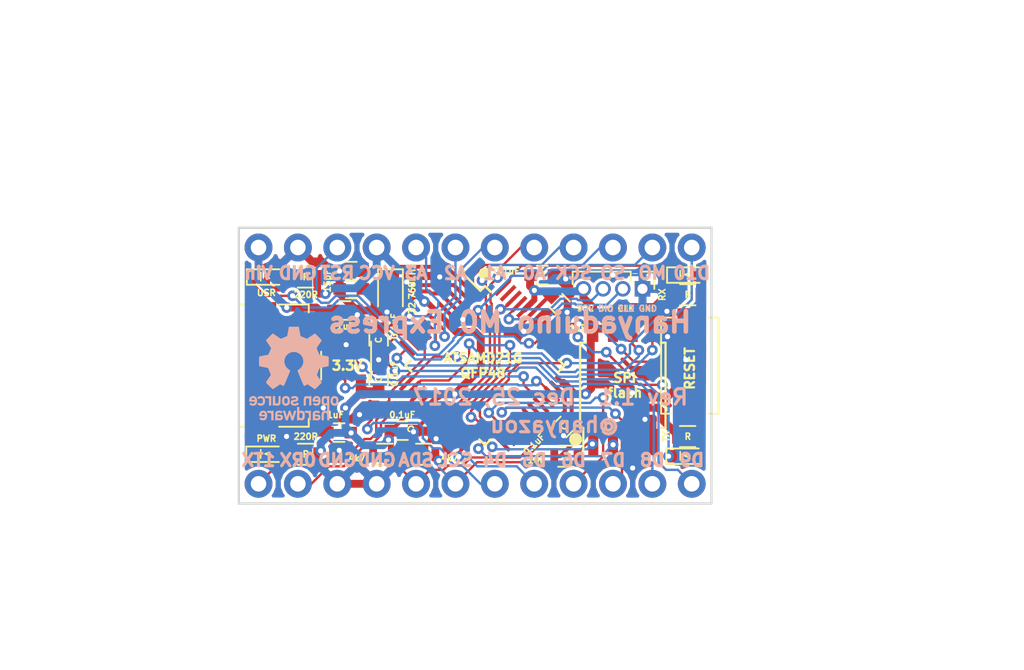
<source format=kicad_pcb>
(kicad_pcb (version 4) (host pcbnew 4.0.7)
  (layers (0 F.Cu signal) (31 B.Cu signal) (34 B.Paste user) (35 F.Paste user) (36 B.SilkS user) (37 F.SilkS user) (38 B.Mask user) (39 F.Mask user) (44 Edge.Cuts user))
  (net 0 "")
  (net 1 +5V)
  (net 2 GND)
  (net 3 "Net-(D1-Pad2)")
  (net 4 /RESET)
  (net 5 AREFA)
  (net 6 VDDCORE)
  (net 7 A2)
  (net 8 A5)
  (net 9 D-)
  (net 10 D+)
  (net 11 A0)
  (net 12 A1)
  (net 13 "Net-(D2-Pad2)")
  (net 14 "Net-(U2-Pad4)")
  (net 15 "Net-(J1-Pad4)")
  (net 16 "Net-(J1-Pad6)")
  (net 17 VCC)
  (net 18 XIN32)
  (net 19 XOUT32)
  (net 20 LED_BUILTIN)
  (net 21 "Net-(D3-Pad2)")
  (net 22 RXLED)
  (net 23 "Net-(D4-Pad2)")
  (net 24 TXLED)
  (net 25 A3)
  (net 26 D5)
  (net 27 D6)
  (net 28 D7)
  (net 29 D1/TX1)
  (net 30 D0/RX1)
  (net 31 D8)
  (net 32 D9)
  (net 33 D2/SDA)
  (net 34 D3/SCL)
  (net 35 MOSI)
  (net 36 SCK)
  (net 37 MISO)
  (net 38 D10/SS)
  (net 39 D4)
  (net 40 SWDCLK)
  (net 41 SWDIO)
  (net 42 FLASH_MOSI)
  (net 43 FLASH_SCK)
  (net 44 FLASH_CS)
  (net 45 FLASH_MISO)
  (net 46 D11)
  (net 47 D12)
  (net 48 TXD)
  (net 49 RXD)
  (net 50 USBHOSTEN)
  (module Pin_Headers:Pin_Header_Straight_1x04_Pitch1.27mm (layer F.Cu) (at 144.526 99.568 270)
    (fp_text reference J5 hide)
    (fp_text value CONN_01X04 hide)
    (pad 1 thru_hole rect (at 0 0 270) (size 1 1) (drill 0.65) (layers *.Cu *.Mask) (net 2 GND))
    (pad 2 thru_hole oval (at 0 1.27 270) (size 1 1) (drill 0.65) (layers *.Cu *.Mask) (net 40 SWDCLK))
    (pad 3 thru_hole oval (at 0 2.54 270) (size 1 1) (drill 0.65) (layers *.Cu *.Mask) (net 41 SWDIO))
    (pad 4 thru_hole oval (at 0 3.81 270) (size 1 1) (drill 0.65) (layers *.Cu *.Mask) (net 17 VCC))
  )
  (module Capacitors_SMD:C_0603 (layer F.Cu) (at 129.044 108.712)
    (fp_text reference C3 hide)
    (fp_text value 100nF)
    (pad 1 smd rect (at -0.75 0) (size 0.8 0.75) (layers F.Cu F.Paste F.Mask) (net 17 VCC))
    (pad 2 smd rect (at 0.75 0) (size 0.8 0.75) (layers F.Cu F.Paste F.Mask) (net 2 GND))
  )
  (module Capacitors_SMD:C_0603 (layer F.Cu) (at 139.42367 108.48033 225)
    (fp_text reference C3 hide)
    (fp_text value 100nF)
    (pad 1 smd rect (at -0.75 0 225) (size 0.8 0.75) (layers F.Cu F.Paste F.Mask) (net 17 VCC))
    (pad 2 smd rect (at 0.75 0 225) (size 0.8 0.75) (layers F.Cu F.Paste F.Mask) (net 2 GND))
  )
  (module TO_SOT_Packages_SMD:SOT-23-5_HandSoldering (layer F.Cu) (at 125.41 104.521 270)
    (fp_text reference U2 hide)
    (fp_text value TLV71333PDBV)
    (pad 1 smd rect (at -1.35 -0.95 270) (size 1.56 0.65) (layers F.Cu F.Paste F.Mask) (net 1 +5V))
    (pad 2 smd rect (at -1.35 0 270) (size 1.56 0.65) (layers F.Cu F.Paste F.Mask) (net 2 GND))
    (pad 3 smd rect (at -1.35 0.95 270) (size 1.56 0.65) (layers F.Cu F.Paste F.Mask) (net 1 +5V))
    (pad 4 smd rect (at 1.35 0.95 270) (size 1.56 0.65) (layers F.Cu F.Paste F.Mask) (net 14 "Net-(U2-Pad4)"))
    (pad 5 smd rect (at 1.35 -0.95 270) (size 1.56 0.65) (layers F.Cu F.Paste F.Mask) (net 17 VCC))
  )
  (module Capacitors_SMD:C_0603 (layer F.Cu) (at 127.508 105.422 90)
    (fp_text reference C3 hide)
    (fp_text value 100nF)
    (pad 1 smd rect (at -0.75 0 90) (size 0.8 0.75) (layers F.Cu F.Paste F.Mask) (net 17 VCC))
    (pad 2 smd rect (at 0.75 0 90) (size 0.8 0.75) (layers F.Cu F.Paste F.Mask) (net 2 GND))
  )
  (module library:Arduino_pro_micro_conn (layer F.Cu) (at 132.461 101.981)
    (fp_text reference J3 hide)
    (fp_text value Arduino_pro_micro_conn hide)
    (fp_text user D9 (at 15.24 8.636) (layer B.SilkS) (effects (font (size 0.8 0.8) (thickness 0.2)) (justify mirror)))
    (fp_text user D8 (at 12.7 8.636) (layer B.SilkS) (effects (font (size 0.8 0.8) (thickness 0.2)) (justify mirror)))
    (fp_text user D7 (at 10.16 8.636) (layer B.SilkS) (effects (font (size 0.8 0.8) (thickness 0.2)) (justify mirror)))
    (fp_text user D6 (at 7.62 8.636) (layer B.SilkS) (effects (font (size 0.8 0.8) (thickness 0.2)) (justify mirror)))
    (fp_text user D5 (at 5.08 8.636) (layer B.SilkS) (effects (font (size 0.8 0.8) (thickness 0.2)) (justify mirror)))
    (fp_text user D4 (at 2.54 8.636) (layer B.SilkS) (effects (font (size 0.8 0.8) (thickness 0.2)) (justify mirror)))
    (fp_text user SCL (at 0 8.636) (layer B.SilkS) (effects (font (size 0.8 0.8) (thickness 0.2)) (justify mirror)))
    (fp_text user SDA (at -2.54 8.636) (layer B.SilkS) (effects (font (size 0.8 0.8) (thickness 0.2)) (justify mirror)))
    (fp_text user GND (at -5.08 8.636) (layer B.SilkS) (effects (font (size 0.8 0.8) (thickness 0.2)) (justify mirror)))
    (fp_text user GND (at -7.62 8.636) (layer B.SilkS) (effects (font (size 0.8 0.8) (thickness 0.2)) (justify mirror)))
    (fp_text user 0RX (at -10.16 8.636) (layer B.SilkS) (effects (font (size 0.8 0.8) (thickness 0.2)) (justify mirror)))
    (fp_text user 1TX (at -12.7 8.636) (layer B.SilkS) (effects (font (size 0.8 0.8) (thickness 0.2)) (justify mirror)))
    (fp_text user D10 (at 15.24 -3.429) (layer B.SilkS) (effects (font (size 0.8 0.8) (thickness 0.2)) (justify mirror)))
    (fp_text user MO (at 12.7 -3.429) (layer B.SilkS) (effects (font (size 0.8 0.8) (thickness 0.2)) (justify mirror)))
    (fp_text user SO (at 10.16 -3.429) (layer B.SilkS) (effects (font (size 0.8 0.8) (thickness 0.2)) (justify mirror)))
    (fp_text user SCK (at 7.62 -3.429) (layer B.SilkS) (effects (font (size 0.8 0.8) (thickness 0.2)) (justify mirror)))
    (fp_text user A0 (at 5.08 -3.429) (layer B.SilkS) (effects (font (size 0.8 0.8) (thickness 0.2)) (justify mirror)))
    (fp_text user A1 (at 2.54 -3.429) (layer B.SilkS) (effects (font (size 0.8 0.8) (thickness 0.2)) (justify mirror)))
    (fp_text user A2 (at 0 -3.429) (layer B.SilkS) (effects (font (size 0.8 0.8) (thickness 0.2)) (justify mirror)))
    (fp_text user A3 (at -2.54 -3.429) (layer B.SilkS) (effects (font (size 0.8 0.8) (thickness 0.2)) (justify mirror)))
    (fp_text user VCC (at -5.08 -3.429) (layer B.SilkS) (effects (font (size 0.8 0.8) (thickness 0.2)) (justify mirror)))
    (fp_text user RST (at -7.62 -3.429) (layer B.SilkS) (effects (font (size 0.8 0.8) (thickness 0.2)) (justify mirror)))
    (fp_text user GND (at -10.16 -3.429) (layer B.SilkS) (effects (font (size 0.8 0.8) (thickness 0.2)) (justify mirror)))
    (fp_text user Vin (at -12.7 -3.429) (layer B.SilkS) (effects (font (size 0.8 0.8) (thickness 0.2)) (justify mirror)))
    (pad 1 thru_hole circle (at -12.7 10.16) (size 1.8 1.8) (drill 1) (layers *.Cu *.Mask) (net 29 D1/TX1))
    (pad 2 thru_hole circle (at -10.16 10.16) (size 1.8 1.8) (drill 1) (layers *.Cu *.Mask) (net 30 D0/RX1))
    (pad 3 thru_hole circle (at -7.62 10.16) (size 1.8 1.8) (drill 1) (layers *.Cu *.Mask) (net 2 GND))
    (pad 4 thru_hole circle (at -5.08 10.16) (size 1.8 1.8) (drill 1) (layers *.Cu *.Mask) (net 2 GND))
    (pad 5 thru_hole circle (at -2.54 10.16) (size 1.8 1.8) (drill 1) (layers *.Cu *.Mask) (net 33 D2/SDA))
    (pad 6 thru_hole circle (at 0 10.16) (size 1.8 1.8) (drill 1) (layers *.Cu *.Mask) (net 34 D3/SCL))
    (pad 7 thru_hole circle (at 2.54 10.16) (size 1.8 1.8) (drill 1) (layers *.Cu *.Mask) (net 39 D4))
    (pad 8 thru_hole circle (at 5.08 10.16) (size 1.8 1.8) (drill 1) (layers *.Cu *.Mask) (net 26 D5))
    (pad 9 thru_hole circle (at 7.62 10.16) (size 1.8 1.8) (drill 1) (layers *.Cu *.Mask) (net 27 D6))
    (pad 10 thru_hole circle (at 10.16 10.16) (size 1.8 1.8) (drill 1) (layers *.Cu *.Mask) (net 28 D7))
    (pad 11 thru_hole circle (at 12.7 10.16) (size 1.8 1.8) (drill 1) (layers *.Cu *.Mask) (net 31 D8))
    (pad 12 thru_hole circle (at 15.24 10.16) (size 1.8 1.8) (drill 1) (layers *.Cu *.Mask) (net 32 D9))
    (pad 13 thru_hole circle (at 15.24 -5.08) (size 1.8 1.8) (drill 1) (layers *.Cu *.Mask) (net 38 D10/SS))
    (pad 14 thru_hole circle (at 12.7 -5.08) (size 1.8 1.8) (drill 1) (layers *.Cu *.Mask) (net 35 MOSI))
    (pad 15 thru_hole circle (at 10.16 -5.08) (size 1.8 1.8) (drill 1) (layers *.Cu *.Mask) (net 37 MISO))
    (pad 16 thru_hole circle (at 7.62 -5.08) (size 1.8 1.8) (drill 1) (layers *.Cu *.Mask) (net 36 SCK))
    (pad 17 thru_hole circle (at 5.08 -5.08) (size 1.8 1.8) (drill 1) (layers *.Cu *.Mask) (net 11 A0))
    (pad 18 thru_hole circle (at 2.54 -5.08) (size 1.8 1.8) (drill 1) (layers *.Cu *.Mask) (net 12 A1))
    (pad 19 thru_hole circle (at 0 -5.08) (size 1.8 1.8) (drill 1) (layers *.Cu *.Mask) (net 7 A2))
    (pad 20 thru_hole circle (at -2.54 -5.08) (size 1.8 1.8) (drill 1) (layers *.Cu *.Mask) (net 25 A3))
    (pad 21 thru_hole circle (at -5.08 -5.08) (size 1.8 1.8) (drill 1) (layers *.Cu *.Mask) (net 17 VCC))
    (pad 22 thru_hole circle (at -7.62 -5.08) (size 1.8 1.8) (drill 1) (layers *.Cu *.Mask) (net 4 /RESET))
    (pad 23 thru_hole circle (at -10.16 -5.08) (size 1.8 1.8) (drill 1) (layers *.Cu *.Mask) (net 2 GND))
    (pad 24 thru_hole circle (at -12.7 -5.08) (size 1.8 1.8) (drill 1) (layers *.Cu *.Mask) (net 1 +5V))
  )
  (module Capacitors_SMD:C_0603 (layer F.Cu) (at 138.061 98.679)
    (fp_text reference C3 hide)
    (fp_text value 100nF)
    (pad 1 smd rect (at -0.75 0) (size 0.8 0.75) (layers F.Cu F.Paste F.Mask) (net 17 VCC))
    (pad 2 smd rect (at 0.75 0) (size 0.8 0.75) (layers F.Cu F.Paste F.Mask) (net 2 GND))
  )
  (module Capacitors_SMD:C_0603 (layer F.Cu) (at 139.16967 100.56167 315)
    (fp_text reference C5 hide)
    (fp_text value 1uF)
    (pad 1 smd rect (at -0.75 0 315) (size 0.8 0.75) (layers F.Cu F.Paste F.Mask) (net 6 VDDCORE))
    (pad 2 smd rect (at 0.75 0 315) (size 0.8 0.75) (layers F.Cu F.Paste F.Mask) (net 2 GND))
  )
  (module Capacitors_SMD:C_0603 (layer F.Cu) (at 125.337 100.965)
    (fp_text reference C1 hide)
    (fp_text value 1uF)
    (pad 1 smd rect (at -0.75 0) (size 0.8 0.75) (layers F.Cu F.Paste F.Mask) (net 1 +5V))
    (pad 2 smd rect (at 0.75 0) (size 0.8 0.75) (layers F.Cu F.Paste F.Mask) (net 2 GND))
  )
  (module Resistors_SMD:R_0603 (layer F.Cu) (at 122.797 98.806 180)
    (fp_text reference R3 hide)
    (fp_text value 220R)
    (pad 1 smd rect (at -0.75 0 180) (size 0.5 0.9) (layers F.Cu F.Paste F.Mask) (net 17 VCC))
    (pad 2 smd rect (at 0.75 0 180) (size 0.5 0.9) (layers F.Cu F.Paste F.Mask) (net 3 "Net-(D1-Pad2)"))
  )
  (module Capacitors_SMD:C_0603 (layer F.Cu) (at 125.742 98.425)
    (fp_text reference C6 hide)
    (fp_text value 15pF)
    (pad 1 smd rect (at -0.75 0) (size 0.8 0.75) (layers F.Cu F.Paste F.Mask) (net 2 GND))
    (pad 2 smd rect (at 0.75 0) (size 0.8 0.75) (layers F.Cu F.Paste F.Mask) (net 18 XIN32))
  )
  (module Capacitors_SMD:C_0603 (layer F.Cu) (at 127.508 102.882 270)
    (fp_text reference C4 hide)
    (fp_text value 100nF)
    (pad 1 smd rect (at -0.75 0 270) (size 0.8 0.75) (layers F.Cu F.Paste F.Mask) (net 5 AREFA))
    (pad 2 smd rect (at 0.75 0 270) (size 0.8 0.75) (layers F.Cu F.Paste F.Mask) (net 2 GND))
  )
  (module Capacitors_SMD:C_0603 (layer F.Cu) (at 124.956 108.839 180)
    (fp_text reference C2 hide)
    (fp_text value 1uF)
    (pad 1 smd rect (at -0.75 0 180) (size 0.8 0.75) (layers F.Cu F.Paste F.Mask) (net 17 VCC))
    (pad 2 smd rect (at 0.75 0 180) (size 0.8 0.75) (layers F.Cu F.Paste F.Mask) (net 2 GND))
  )
  (module Resistors_SMD:R_0603 (layer F.Cu) (at 127.901 110.236)
    (fp_text reference R1 hide)
    (fp_text value 4k7)
    (pad 1 smd rect (at -0.75 0) (size 0.5 0.9) (layers F.Cu F.Paste F.Mask) (net 33 D2/SDA))
    (pad 2 smd rect (at 0.75 0) (size 0.5 0.9) (layers F.Cu F.Paste F.Mask) (net 17 VCC))
  )
  (module library:USB_Micro-B_Molex_47346-0001 (layer F.Cu) (at 121.2815 104.521)
    (fp_text reference J1)
    (fp_text value USB_OTG)
    (pad 1 smd rect (at 1.33 -1.3) (size 1.38 0.45) (layers F.Cu F.Paste F.Mask) (net 1 +5V))
    (pad 2 smd rect (at 1.33 -0.65) (size 1.38 0.45) (layers F.Cu F.Paste F.Mask) (net 9 D-))
    (pad 3 smd rect (at 1.33 0) (size 1.38 0.45) (layers F.Cu F.Paste F.Mask) (net 10 D+))
    (pad 4 smd rect (at 1.33 0.65) (size 1.38 0.45) (layers F.Cu F.Paste F.Mask) (net 15 "Net-(J1-Pad4)"))
    (pad 5 smd rect (at 1.33 1.3) (size 1.38 0.45) (layers F.Cu F.Paste F.Mask) (net 2 GND))
    (pad 6 smd rect (at 0.97 -2.4625) (size 2.1 1.475) (layers F.Cu F.Paste F.Mask) (net 16 "Net-(J1-Pad6)"))
    (pad 6 smd rect (at 0.97 2.4625) (size 2.1 1.475) (layers F.Cu F.Paste F.Mask) (net 16 "Net-(J1-Pad6)"))
    (pad 6 smd rect (at -1.33 -2.91) (size 1.9 2.375) (layers F.Cu F.Paste F.Mask) (net 16 "Net-(J1-Pad6)"))
    (pad 6 smd rect (at -1.33 2.91) (size 1.9 2.375) (layers F.Cu F.Paste F.Mask) (net 16 "Net-(J1-Pad6)"))
    (pad 6 smd rect (at -1.33 -0.84) (size 1.9 1.175) (layers F.Cu F.Paste F.Mask) (net 16 "Net-(J1-Pad6)"))
    (pad 6 smd rect (at -1.33 0.84) (size 1.9 1.175) (layers F.Cu F.Paste F.Mask) (net 16 "Net-(J1-Pad6)"))
  )
  (module Buttons_Switches_SMD:SW_SPST_EVQPE1 (layer F.Cu) (at 147.574 104.521 90)
    (fp_text reference S1 hide)
    (fp_text value tactile_switch)
    (pad 2 smd rect (at 2.7 0 90) (size 2 1.6) (layers F.Cu F.Paste F.Mask) (net 4 /RESET))
    (pad 1 smd rect (at -2.7 0 90) (size 2 1.6) (layers F.Cu F.Paste F.Mask) (net 2 GND))
  )
  (module LEDs:LED_0603 (layer F.Cu) (at 120.307 98.806)
    (fp_text reference D1 hide)
    (fp_text value LED)
    (pad 2 smd rect (at 0.8 0 180) (size 0.8 0.8) (layers F.Cu F.Paste F.Mask) (net 3 "Net-(D1-Pad2)"))
    (pad 1 smd rect (at -0.8 0 180) (size 0.8 0.8) (layers F.Cu F.Paste F.Mask) (net 20 LED_BUILTIN))
  )
  (module Resistors_SMD:R_0603 (layer F.Cu) (at 130.417 110.236 180)
    (fp_text reference R2 hide)
    (fp_text value 4k7)
    (pad 1 smd rect (at -0.75 0 180) (size 0.5 0.9) (layers F.Cu F.Paste F.Mask) (net 34 D3/SCL))
    (pad 2 smd rect (at 0.75 0 180) (size 0.5 0.9) (layers F.Cu F.Paste F.Mask) (net 17 VCC))
  )
  (module Resistors_SMD:R_0603 (layer F.Cu) (at 122.797 110.236 180)
    (fp_text reference R4 hide)
    (fp_text value 220R)
    (pad 1 smd rect (at -0.75 0 180) (size 0.5 0.9) (layers F.Cu F.Paste F.Mask) (net 17 VCC))
    (pad 2 smd rect (at 0.75 0 180) (size 0.5 0.9) (layers F.Cu F.Paste F.Mask) (net 13 "Net-(D2-Pad2)"))
  )
  (module Symbols:OSHW-Logo_5.7x6mm_SilkScreen (layer B.Cu) (at 122.047 105.029 180)
    (fp_text reference REF*** hide)
    (fp_text value OSHW-Logo_5.7x6mm_SilkScreen hide)
  )
  (module Capacitors_SMD:C_0603 (layer F.Cu) (at 125.742 99.568)
    (fp_text reference C7 hide)
    (fp_text value 15pF)
    (pad 1 smd rect (at -0.75 0) (size 0.8 0.75) (layers F.Cu F.Paste F.Mask) (net 2 GND))
    (pad 2 smd rect (at 0.75 0) (size 0.8 0.75) (layers F.Cu F.Paste F.Mask) (net 19 XOUT32))
  )
  (module LEDs:LED_0603 (layer F.Cu) (at 120.269 110.236)
    (fp_text reference D2 hide)
    (fp_text value LED)
    (pad 2 smd rect (at 0.8 0 180) (size 0.8 0.8) (layers F.Cu F.Paste F.Mask) (net 13 "Net-(D2-Pad2)"))
    (pad 1 smd rect (at -0.8 0 180) (size 0.8 0.8) (layers F.Cu F.Paste F.Mask) (net 2 GND))
  )
  (module Crystals:Crystal_SMD_TXC_9HT11-2pin_2.0x1.2mm (layer F.Cu) (at 128.27 99.503 270)
    (fp_text reference Y1 hide)
    (fp_text value 32.768kHz)
    (pad 1 smd rect (at -0.7 0 270) (size 0.6 1.1) (layers F.Cu F.Paste F.Mask) (net 18 XIN32))
    (pad 2 smd rect (at 0.7 0 270) (size 0.6 1.1) (layers F.Cu F.Paste F.Mask) (net 19 XOUT32))
  )
  (module LEDs:LED_0603 (layer F.Cu) (at 147.409 98.679)
    (fp_text reference D3 hide)
    (fp_text value LED)
    (pad 2 smd rect (at 0.8 0 180) (size 0.8 0.8) (layers F.Cu F.Paste F.Mask) (net 21 "Net-(D3-Pad2)"))
    (pad 1 smd rect (at -0.8 0 180) (size 0.8 0.8) (layers F.Cu F.Paste F.Mask) (net 22 RXLED))
  )
  (module LEDs:LED_0603 (layer F.Cu) (at 147.358 110.363)
    (fp_text reference D4 hide)
    (fp_text value LED)
    (pad 2 smd rect (at 0.8 0 180) (size 0.8 0.8) (layers F.Cu F.Paste F.Mask) (net 23 "Net-(D4-Pad2)"))
    (pad 1 smd rect (at -0.8 0 180) (size 0.8 0.8) (layers F.Cu F.Paste F.Mask) (net 24 TXLED))
  )
  (module Housings_QFP:TQFP-48_7x7mm_Pitch0.5mm (layer F.Cu) (at 134.370649 104.521 315)
    (fp_text reference IC2 hide)
    (fp_text value ATSAMD21G18)
    (pad 1 smd rect (at -4.35 -2.75 315) (size 1.3 0.25) (layers F.Cu F.Paste F.Mask) (net 18 XIN32))
    (pad 2 smd rect (at -4.35 -2.25 315) (size 1.3 0.25) (layers F.Cu F.Paste F.Mask) (net 19 XOUT32))
    (pad 3 smd rect (at -4.35 -1.75 315) (size 1.3 0.25) (layers F.Cu F.Paste F.Mask) (net 11 A0))
    (pad 4 smd rect (at -4.35 -1.25 315) (size 1.3 0.25) (layers F.Cu F.Paste F.Mask) (net 5 AREFA))
    (pad 5 smd rect (at -4.35 -0.75 315) (size 1.3 0.25) (layers F.Cu F.Paste F.Mask) (net 2 GND))
    (pad 6 smd rect (at -4.35 -0.25 315) (size 1.3 0.25) (layers F.Cu F.Paste F.Mask) (net 17 VCC))
    (pad 7 smd rect (at -4.35 0.25 315) (size 1.3 0.25) (layers F.Cu F.Paste F.Mask) (net 12 A1))
    (pad 8 smd rect (at -4.35 0.75 315) (size 1.3 0.25) (layers F.Cu F.Paste F.Mask) (net 7 A2))
    (pad 9 smd rect (at -4.35 1.25 315) (size 1.3 0.25) (layers F.Cu F.Paste F.Mask) (net 25 A3))
    (pad 10 smd rect (at -4.35 1.75 315) (size 1.3 0.25) (layers F.Cu F.Paste F.Mask) (net 39 D4))
    (pad 11 smd rect (at -4.35 2.25 315) (size 1.3 0.25) (layers F.Cu F.Paste F.Mask) (net 31 D8))
    (pad 12 smd rect (at -4.35 2.75 315) (size 1.3 0.25) (layers F.Cu F.Paste F.Mask) (net 32 D9))
    (pad 13 smd rect (at -2.75 4.35 45) (size 1.3 0.25) (layers F.Cu F.Paste F.Mask) (net 42 FLASH_MOSI))
    (pad 14 smd rect (at -2.25 4.35 45) (size 1.3 0.25) (layers F.Cu F.Paste F.Mask) (net 43 FLASH_SCK))
    (pad 15 smd rect (at -1.75 4.35 45) (size 1.3 0.25) (layers F.Cu F.Paste F.Mask) (net 29 D1/TX1))
    (pad 16 smd rect (at -1.25 4.35 45) (size 1.3 0.25) (layers F.Cu F.Paste F.Mask) (net 30 D0/RX1))
    (pad 17 smd rect (at -0.75 4.35 45) (size 1.3 0.25) (layers F.Cu F.Paste F.Mask) (net 17 VCC))
    (pad 18 smd rect (at -0.25 4.35 45) (size 1.3 0.25) (layers F.Cu F.Paste F.Mask) (net 2 GND))
    (pad 19 smd rect (at 0.25 4.35 45) (size 1.3 0.25) (layers F.Cu F.Paste F.Mask) (net 35 MOSI))
    (pad 20 smd rect (at 0.75 4.35 45) (size 1.3 0.25) (layers F.Cu F.Paste F.Mask) (net 36 SCK))
    (pad 21 smd rect (at 1.25 4.35 45) (size 1.3 0.25) (layers F.Cu F.Paste F.Mask) (net 37 MISO))
    (pad 22 smd rect (at 1.75 4.35 45) (size 1.3 0.25) (layers F.Cu F.Paste F.Mask) (net 44 FLASH_CS))
    (pad 23 smd rect (at 2.25 4.35 45) (size 1.3 0.25) (layers F.Cu F.Paste F.Mask) (net 45 FLASH_MISO))
    (pad 24 smd rect (at 2.75 4.35 45) (size 1.3 0.25) (layers F.Cu F.Paste F.Mask) (net 26 D5))
    (pad 25 smd rect (at 4.35 2.75 315) (size 1.3 0.25) (layers F.Cu F.Paste F.Mask) (net 46 D11))
    (pad 26 smd rect (at 4.35 2.25 315) (size 1.3 0.25) (layers F.Cu F.Paste F.Mask) (net 20 LED_BUILTIN))
    (pad 27 smd rect (at 4.35 1.75 315) (size 1.3 0.25) (layers F.Cu F.Paste F.Mask) (net 38 D10/SS))
    (pad 28 smd rect (at 4.35 1.25 315) (size 1.3 0.25) (layers F.Cu F.Paste F.Mask) (net 47 D12))
    (pad 29 smd rect (at 4.35 0.75 315) (size 1.3 0.25) (layers F.Cu F.Paste F.Mask) (net 27 D6))
    (pad 30 smd rect (at 4.35 0.25 315) (size 1.3 0.25) (layers F.Cu F.Paste F.Mask) (net 28 D7))
    (pad 31 smd rect (at 4.35 -0.25 315) (size 1.3 0.25) (layers F.Cu F.Paste F.Mask) (net 33 D2/SDA))
    (pad 32 smd rect (at 4.35 -0.75 315) (size 1.3 0.25) (layers F.Cu F.Paste F.Mask) (net 34 D3/SCL))
    (pad 33 smd rect (at 4.35 -1.25 315) (size 1.3 0.25) (layers F.Cu F.Paste F.Mask) (net 9 D-))
    (pad 34 smd rect (at 4.35 -1.75 315) (size 1.3 0.25) (layers F.Cu F.Paste F.Mask) (net 10 D+))
    (pad 35 smd rect (at 4.35 -2.25 315) (size 1.3 0.25) (layers F.Cu F.Paste F.Mask) (net 2 GND))
    (pad 36 smd rect (at 4.35 -2.75 315) (size 1.3 0.25) (layers F.Cu F.Paste F.Mask) (net 17 VCC))
    (pad 37 smd rect (at 2.75 -4.35 45) (size 1.3 0.25) (layers F.Cu F.Paste F.Mask) (net 48 TXD))
    (pad 38 smd rect (at 2.25 -4.35 45) (size 1.3 0.25) (layers F.Cu F.Paste F.Mask) (net 49 RXD))
    (pad 39 smd rect (at 1.75 -4.35 45) (size 1.3 0.25) (layers F.Cu F.Paste F.Mask) (net 24 TXLED))
    (pad 40 smd rect (at 1.25 -4.35 45) (size 1.3 0.25) (layers F.Cu F.Paste F.Mask) (net 4 /RESET))
    (pad 41 smd rect (at 0.75 -4.35 45) (size 1.3 0.25) (layers F.Cu F.Paste F.Mask) (net 50 USBHOSTEN))
    (pad 42 smd rect (at 0.25 -4.35 45) (size 1.3 0.25) (layers F.Cu F.Paste F.Mask) (net 2 GND))
    (pad 43 smd rect (at -0.25 -4.35 45) (size 1.3 0.25) (layers F.Cu F.Paste F.Mask) (net 6 VDDCORE))
    (pad 44 smd rect (at -0.75 -4.35 45) (size 1.3 0.25) (layers F.Cu F.Paste F.Mask) (net 17 VCC))
    (pad 45 smd rect (at -1.25 -4.35 45) (size 1.3 0.25) (layers F.Cu F.Paste F.Mask) (net 40 SWDCLK))
    (pad 46 smd rect (at -1.75 -4.35 45) (size 1.3 0.25) (layers F.Cu F.Paste F.Mask) (net 41 SWDIO))
    (pad 47 smd rect (at -2.25 -4.35 45) (size 1.3 0.25) (layers F.Cu F.Paste F.Mask) (net 8 A5))
    (pad 48 smd rect (at -2.75 -4.35 45) (size 1.3 0.25) (layers F.Cu F.Paste F.Mask) (net 22 RXLED))
  )
  (module Resistors_SMD:R_0603 (layer F.Cu) (at 147.447 99.949)
    (fp_text reference R5 hide)
    (fp_text value 220R)
    (pad 1 smd rect (at -0.75 0) (size 0.5 0.9) (layers F.Cu F.Paste F.Mask) (net 17 VCC))
    (pad 2 smd rect (at 0.75 0) (size 0.5 0.9) (layers F.Cu F.Paste F.Mask) (net 21 "Net-(D3-Pad2)"))
  )
  (module Resistors_SMD:R_0603 (layer F.Cu) (at 147.435 109.093)
    (fp_text reference R6 hide)
    (fp_text value 220R)
    (pad 1 smd rect (at -0.75 0) (size 0.5 0.9) (layers F.Cu F.Paste F.Mask) (net 17 VCC))
    (pad 2 smd rect (at 0.75 0) (size 0.5 0.9) (layers F.Cu F.Paste F.Mask) (net 23 "Net-(D4-Pad2)"))
  )
  (module Resistors_SMD:R_0603 (layer F.Cu) (at 139.585 110.363 180)
    (fp_text reference R7 hide)
    (fp_text value 10k)
    (pad 1 smd rect (at -0.75 0 180) (size 0.5 0.9) (layers F.Cu F.Paste F.Mask) (net 44 FLASH_CS))
    (pad 2 smd rect (at 0.75 0 180) (size 0.5 0.9) (layers F.Cu F.Paste F.Mask) (net 17 VCC))
  )
  (module Housings_SOIC:SOIJ-8_5.3x5.3mm_Pitch1.27mm (layer F.Cu) (at 143.256 105.791 90)
    (fp_text reference U3 hide)
    (fp_text value W25Q32)
    (pad 1 smd rect (at -3.65 -1.905 90) (size 1.7 0.65) (layers F.Cu F.Paste F.Mask) (net 44 FLASH_CS))
    (pad 2 smd rect (at -3.65 -0.635 90) (size 1.7 0.65) (layers F.Cu F.Paste F.Mask) (net 45 FLASH_MISO))
    (pad 3 smd rect (at -3.65 0.635 90) (size 1.7 0.65) (layers F.Cu F.Paste F.Mask) (net 17 VCC))
    (pad 4 smd rect (at -3.65 1.905 90) (size 1.7 0.65) (layers F.Cu F.Paste F.Mask) (net 2 GND))
    (pad 5 smd rect (at 3.65 1.905 90) (size 1.7 0.65) (layers F.Cu F.Paste F.Mask) (net 42 FLASH_MOSI))
    (pad 6 smd rect (at 3.65 0.635 90) (size 1.7 0.65) (layers F.Cu F.Paste F.Mask) (net 43 FLASH_SCK))
    (pad 7 smd rect (at 3.65 -0.635 90) (size 1.7 0.65) (layers F.Cu F.Paste F.Mask) (net 17 VCC))
    (pad 8 smd rect (at 3.65 -1.905 90) (size 1.7 0.65) (layers F.Cu F.Paste F.Mask) (net 17 VCC))
  )
  (gr_text "GND CLK DIO VCC" (at 142.875 100.838) (layer B.SilkS) (effects (font (size 0.381 0.381) (thickness 0.09525)) (justify mirror)))
  (gr_text 3.3V (at 125.476 104.521) (layer F.SilkS) (effects (font (size 0.6 0.6))))
  (gr_text "SPI\nflash" (at 143.383 105.791) (layer F.SilkS) (effects (font (size 0.6 0.6))))
  (gr_text "ATSAMD21G\nQFP48" (at 134.239 104.521) (layer F.SilkS) (effects (font (size 0.6 0.6))))
  (gr_text ● (at 140.208 109.22) (layer F.SilkS) (effects (font (size 0.8 0.8) (thickness 0.2))))
  (gr_text 0.1uF (at 137.541 109.601 45) (layer F.SilkS) (effects (font (size 0.4 0.4) (thickness 0.1))))
  (gr_text 0.1uF (at 135.763 98.425) (layer F.SilkS) (effects (font (size 0.4 0.4) (thickness 0.1))))
  (gr_text 0.1uF (at 128.524 105.029 90) (layer F.SilkS) (effects (font (size 0.4 0.4) (thickness 0.1))))
  (gr_text 0.1uF (at 128.524 101.981 90) (layer F.SilkS) (effects (font (size 0.4 0.4) (thickness 0.1))))
  (gr_text 32.768KHz (at 129.667 99.568 90) (layer F.SilkS) (effects (font (size 0.4 0.4) (thickness 0.1))))
  (gr_text "Rev 1.1  Dec 25, 2017" (at 147.574 106.553) (layer B.SilkS) (effects (font (size 1 1) (thickness 0.2)) (justify left mirror)))
  (gr_text TX (at 146.05 109.093 90) (layer F.SilkS) (effects (font (size 0.4 0.4) (thickness 0.1))))
  (gr_text RX (at 145.796 99.949 90) (layer F.SilkS) (effects (font (size 0.4 0.4) (thickness 0.1))))
  (gr_text "Hanyaduino M0 Express" (at 147.828 101.727) (layer B.SilkS) (effects (font (size 1.3 1.3) (thickness 0.3)) (justify left mirror)))
  (gr_text >| (at 147.193 98.679 180) (layer F.SilkS) (effects (font (size 0.381 0.381) (thickness 0.09525))))
  (gr_text >| (at 147.193 110.363 180) (layer F.SilkS) (effects (font (size 0.381 0.381) (thickness 0.09525))))
  (gr_text >| (at 120.142 110.236 180) (layer F.SilkS) (effects (font (size 0.381 0.381) (thickness 0.09525))))
  (gr_text C (at 127.508 102.87 90) (layer F.SilkS) (effects (font (size 0.381 0.381) (thickness 0.09525))))
  (gr_text C (at 127.508 105.41 90) (layer F.SilkS) (effects (font (size 0.381 0.381) (thickness 0.09525))))
  (gr_text C (at 129.54 108.585 315) (layer F.SilkS) (effects (font (size 0.381 0.381) (thickness 0.09525))))
  (gr_text 10k (at 137.668 110.617) (layer F.SilkS) (effects (font (size 0.4 0.4) (thickness 0.1))))
  (gr_text C (at 139.446 108.458 45) (layer F.SilkS) (effects (font (size 0.381 0.381) (thickness 0.09525))))
  (gr_text 1uF (at 140.335 102.108) (layer F.SilkS) (effects (font (size 0.4 0.4) (thickness 0.1))))
  (gr_text 220R (at 122.809 109.093) (layer F.SilkS) (effects (font (size 0.4 0.4) (thickness 0.1))))
  (gr_text R (at 147.447 99.949) (layer F.SilkS) (effects (font (size 0.4 0.4) (thickness 0.1))))
  (gr_text R (at 147.447 109.093) (layer F.SilkS) (effects (font (size 0.4 0.4) (thickness 0.1))))
  (gr_text R (at 122.809 98.806) (layer F.SilkS) (effects (font (size 0.4 0.4) (thickness 0.1))))
  (gr_text R (at 122.809 110.236) (layer F.SilkS) (effects (font (size 0.4 0.4) (thickness 0.1))))
  (gr_text C (at 138.049 98.679) (layer F.SilkS) (effects (font (size 0.381 0.381) (thickness 0.09525))))
  (gr_text PWR (at 120.269 109.22) (layer F.SilkS) (effects (font (size 0.4 0.4) (thickness 0.1))))
  (gr_text @hanyazou (at 143.129 108.331) (layer B.SilkS) (effects (font (size 1 1) (thickness 0.2)) (justify left mirror)))
  (gr_text RESET (at 147.574 103.251 90) (layer F.SilkS) (effects (font (size 0.6 0.6)) (justify right)))
  (gr_text 220R (at 122.809 99.949) (layer F.SilkS) (effects (font (size 0.4 0.4) (thickness 0.1))))
  (gr_text 1uF (at 124.714 107.696) (layer F.SilkS) (effects (font (size 0.4 0.4) (thickness 0.1))))
  (gr_text 0.1uF (at 129.032 107.696) (layer F.SilkS) (effects (font (size 0.4 0.4) (thickness 0.1))))
  (gr_text 15pF (at 124.206 99.06 90) (layer F.SilkS) (effects (font (size 0.4 0.4) (thickness 0.1))))
  (gr_text 1uF (at 125.349 101.981) (layer F.SilkS) (effects (font (size 0.4 0.4) (thickness 0.1))))
  (gr_text ● (at 134.366 98.552) (layer F.SilkS) (effects (font (size 0.8 0.8) (thickness 0.2))))
  (gr_line (start 118.491 113.411) (end 118.491 95.631) (layer Edge.Cuts) (width 0.15))
  (gr_line (start 148.971 113.411) (end 118.491 113.411) (layer Edge.Cuts) (width 0.15))
  (gr_line (start 148.971 95.631) (end 148.971 113.411) (layer Edge.Cuts) (width 0.15))
  (gr_line (start 118.491 95.631) (end 148.971 95.631) (layer Edge.Cuts) (width 0.15))
  (gr_text "VCC DIO CLK GND" (at 142.875 100.838) (layer F.SilkS) (effects (font (size 0.381 0.381) (thickness 0.09525))))
  (gr_text 4k7 (at 126.111 110.49) (layer F.SilkS) (effects (font (size 0.4 0.4) (thickness 0.1))))
  (gr_text 4k7 (at 132.08 110.49) (layer F.SilkS) (effects (font (size 0.4 0.4) (thickness 0.1))))
  (gr_text USR (at 120.269 99.822) (layer F.SilkS) (effects (font (size 0.4 0.4) (thickness 0.1))))
  (gr_text >| (at 120.142 98.806 180) (layer F.SilkS) (effects (font (size 0.381 0.381) (thickness 0.09525))))
  (segment (start 124.612 100.965) (end 124.587 100.965) (width 0.508) (layer F.Cu) (net 1))
  (segment (start 125.631599 101.984599) (end 124.612 100.965) (width 0.508) (layer F.Cu) (net 1))
  (segment (start 126.060121 101.984599) (end 125.631599 101.984599) (width 0.508) (layer F.Cu) (net 1))
  (segment (start 126.36 102.284478) (end 126.060121 101.984599) (width 0.508) (layer F.Cu) (net 1))
  (segment (start 126.36 103.171) (end 126.36 102.284478) (width 0.508) (layer F.Cu) (net 1))
  (segment (start 123.679 100.965) (end 123.488952 100.774952) (width 0.508) (layer F.Cu) (net 1))
  (segment (start 123.488952 100.774952) (end 121.579315 100.774952) (width 0.508) (layer F.Cu) (net 1))
  (via (at 121.579315 100.774952) (size 0.6858) (drill 0.3302) (layers F.Cu B.Cu) (net 1))
  (segment (start 124.587 100.965) (end 123.679 100.965) (width 0.508) (layer F.Cu) (net 1))
  (segment (start 121.236416 100.432053) (end 121.579315 100.774952) (width 0.508) (layer B.Cu) (net 1))
  (segment (start 119.761 98.956637) (end 121.236416 100.432053) (width 0.508) (layer B.Cu) (net 1))
  (segment (start 119.761 96.901) (end 119.761 98.956637) (width 0.508) (layer B.Cu) (net 1))
  (segment (start 124.46 103.171) (end 124.46 101.092) (width 0.508) (layer F.Cu) (net 1))
  (segment (start 124.46 101.092) (end 124.587 100.965) (width 0.508) (layer F.Cu) (net 1))
  (segment (start 122.6115 103.221) (end 124.41 103.221) (width 0.508) (layer F.Cu) (net 1))
  (segment (start 124.41 103.221) (end 124.46 103.171) (width 0.508) (layer F.Cu) (net 1))
  (segment (start 146.138276 102.652997) (end 146.138276 101.053276) (width 0.508) (layer F.Cu) (net 2))
  (segment (start 146.138276 101.053276) (end 146.098918 101.013918) (width 0.508) (layer F.Cu) (net 2))
  (segment (start 146.098918 100.132918) (end 146.098918 100.528985) (width 0.508) (layer B.Cu) (net 2))
  (segment (start 146.098918 100.528985) (end 146.098918 101.013918) (width 0.508) (layer B.Cu) (net 2))
  (segment (start 145.534 99.568) (end 146.098918 100.132918) (width 0.508) (layer B.Cu) (net 2))
  (segment (start 144.526 99.568) (end 145.534 99.568) (width 0.508) (layer B.Cu) (net 2))
  (via (at 146.098918 101.013918) (size 0.6858) (drill 0.3302) (layers F.Cu B.Cu) (net 2))
  (segment (start 129.757485 108.786648) (end 130.767553 108.786648) (width 0.508) (layer F.Cu) (net 2))
  (segment (start 130.767553 108.786648) (end 131.215296 109.234391) (width 0.508) (layer F.Cu) (net 2))
  (segment (start 129.757485 108.786648) (end 129.757485 108.780611) (width 0.254) (layer F.Cu) (net 2))
  (segment (start 129.757485 108.780611) (end 131.117958 107.420138) (width 0.254) (layer F.Cu) (net 2))
  (segment (start 129.757485 109.271581) (end 129.757485 108.786648) (width 0.508) (layer B.Cu) (net 2))
  (segment (start 129.757485 109.764515) (end 129.757485 109.271581) (width 0.508) (layer B.Cu) (net 2))
  (segment (start 127.381 112.141) (end 129.757485 109.764515) (width 0.508) (layer B.Cu) (net 2))
  (via (at 129.757485 108.786648) (size 0.6858) (drill 0.3302) (layers F.Cu B.Cu) (net 2))
  (via (at 126.275147 107.679262) (size 0.6858) (drill 0.3302) (layers F.Cu B.Cu) (net 2))
  (segment (start 125.932248 108.022161) (end 126.275147 107.679262) (width 0.254) (layer F.Cu) (net 2))
  (segment (start 124.715806 108.022161) (end 125.932248 108.022161) (width 0.254) (layer F.Cu) (net 2))
  (segment (start 123.940152 107.246507) (end 124.715806 108.022161) (width 0.254) (layer F.Cu) (net 2))
  (segment (start 126.32244 101.79117) (end 126.203336 101.79117) (width 0.508) (layer B.Cu) (net 2))
  (segment (start 126.136267 101.014267) (end 126.136267 101.239168) (width 0.508) (layer F.Cu) (net 2))
  (segment (start 126.203336 101.79117) (end 126.136267 101.724101) (width 0.508) (layer B.Cu) (net 2))
  (segment (start 126.087 100.965) (end 126.136267 101.014267) (width 0.508) (layer F.Cu) (net 2))
  (segment (start 126.312529 101.062906) (end 126.136267 101.239168) (width 0.254) (layer F.Cu) (net 2))
  (segment (start 126.136267 101.724101) (end 126.136267 101.239168) (width 0.508) (layer B.Cu) (net 2))
  (segment (start 128.045094 101.062906) (end 126.312529 101.062906) (width 0.254) (layer F.Cu) (net 2))
  (via (at 126.136267 101.239168) (size 0.6858) (drill 0.3302) (layers F.Cu B.Cu) (net 2))
  (via (at 139.433421 109.0365) (size 0.6858) (drill 0.3302) (layers F.Cu B.Cu) (net 2))
  (segment (start 139.090522 108.693601) (end 139.433421 109.0365) (width 0.254) (layer F.Cu) (net 2))
  (segment (start 145.161 109.441) (end 145.161 109.966) (width 0.1524) (layer F.Cu) (net 2))
  (segment (start 145.161 109.966) (end 144.002 111.125) (width 0.1524) (layer F.Cu) (net 2))
  (segment (start 144.002 111.125) (end 143.891 111.125) (width 0.1524) (layer F.Cu) (net 2))
  (via (at 143.891 111.125) (size 0.6858) (drill 0.3302) (layers F.Cu B.Cu) (net 2))
  (segment (start 124.206 108.839) (end 124.206 109.22) (width 0.1524) (layer F.Cu) (net 2))
  (segment (start 124.206 109.22) (end 124.968 109.982) (width 0.1524) (layer F.Cu) (net 2))
  (via (at 124.968 109.982) (size 0.6858) (drill 0.3302) (layers F.Cu B.Cu) (net 2))
  (segment (start 144.357733 106.273522) (end 143.8728 106.273522) (width 0.508) (layer F.Cu) (net 2))
  (segment (start 146.098916 106.570301) (end 144.654512 106.570301) (width 0.508) (layer F.Cu) (net 2))
  (segment (start 147.32 105.349217) (end 146.098916 106.570301) (width 0.508) (layer F.Cu) (net 2))
  (segment (start 144.682067 107.082789) (end 144.215699 106.616421) (width 0.508) (layer B.Cu) (net 2))
  (segment (start 147.32 104.14) (end 147.32 105.349217) (width 0.508) (layer F.Cu) (net 2))
  (segment (start 144.682067 107.985316) (end 144.682067 107.082789) (width 0.508) (layer B.Cu) (net 2))
  (via (at 143.8728 106.273522) (size 0.6858) (drill 0.3302) (layers F.Cu B.Cu) (net 2))
  (segment (start 144.215699 106.616421) (end 143.8728 106.273522) (width 0.508) (layer B.Cu) (net 2))
  (segment (start 144.654512 106.570301) (end 144.357733 106.273522) (width 0.508) (layer F.Cu) (net 2))
  (segment (start 142.621 98.679) (end 139.827 98.679) (width 0.1524) (layer B.Cu) (net 2))
  (segment (start 139.827 98.679) (end 139.573 98.933) (width 0.1524) (layer B.Cu) (net 2))
  (via (at 139.573 98.933) (size 0.6858) (drill 0.3302) (layers F.Cu B.Cu) (net 2))
  (segment (start 140.150721 101.085047) (end 139.665788 101.085047) (width 0.508) (layer B.Cu) (net 2))
  (segment (start 140.151745 101.084023) (end 140.150721 101.085047) (width 0.508) (layer B.Cu) (net 2))
  (segment (start 144.017977 101.084023) (end 140.151745 101.084023) (width 0.508) (layer B.Cu) (net 2))
  (segment (start 144.526 100.576) (end 144.017977 101.084023) (width 0.508) (layer B.Cu) (net 2))
  (segment (start 139.7 101.092) (end 139.693047 101.085047) (width 0.508) (layer F.Cu) (net 2))
  (segment (start 144.526 99.568) (end 144.526 100.576) (width 0.508) (layer B.Cu) (net 2))
  (via (at 139.665788 101.085047) (size 0.6858) (drill 0.3302) (layers F.Cu B.Cu) (net 2))
  (segment (start 139.693047 101.085047) (end 139.665788 101.085047) (width 0.508) (layer F.Cu) (net 2))
  (segment (start 144.526 99.568) (end 144.526 98.9156) (width 0.1524) (layer B.Cu) (net 2))
  (segment (start 144.526 98.9156) (end 144.2894 98.679) (width 0.1524) (layer B.Cu) (net 2))
  (segment (start 144.2894 98.679) (end 142.621 98.679) (width 0.1524) (layer B.Cu) (net 2))
  (via (at 142.621 98.679) (size 0.6858) (drill 0.3302) (layers F.Cu B.Cu) (net 2))
  (segment (start 131.447181 98.79958) (end 129.639012 98.79958) (width 0.254) (layer F.Cu) (net 2))
  (segment (start 128.045094 101.062906) (end 128.045094 100.393498) (width 0.254) (layer B.Cu) (net 2))
  (segment (start 129.639012 98.79958) (end 129.314878 99.123714) (width 0.254) (layer F.Cu) (net 2))
  (segment (start 128.045094 100.393498) (end 128.971979 99.466613) (width 0.254) (layer B.Cu) (net 2))
  (via (at 129.314878 99.123714) (size 0.6858) (drill 0.3302) (layers F.Cu B.Cu) (net 2))
  (segment (start 128.971979 99.466613) (end 129.314878 99.123714) (width 0.254) (layer B.Cu) (net 2))
  (via (at 131.447181 98.79958) (size 0.6858) (drill 0.3302) (layers F.Cu B.Cu) (net 2))
  (via (at 128.045094 101.062906) (size 0.6858) (drill 0.3302) (layers F.Cu B.Cu) (net 2))
  (segment (start 139.511418 107.467104) (end 138.89334 108.085182) (width 0.254) (layer F.Cu) (net 2))
  (segment (start 138.89334 108.496419) (end 139.090522 108.693601) (width 0.254) (layer F.Cu) (net 2))
  (segment (start 138.89334 108.085182) (end 138.89334 108.496419) (width 0.254) (layer F.Cu) (net 2))
  (segment (start 147.32 104.14) (end 147.32 103.834721) (width 0.508) (layer B.Cu) (net 2))
  (segment (start 147.32 103.834721) (end 146.138276 102.652997) (width 0.508) (layer B.Cu) (net 2))
  (via (at 146.138276 102.652997) (size 0.6858) (drill 0.3302) (layers F.Cu B.Cu) (net 2))
  (segment (start 139.433421 109.0365) (end 139.090522 108.693601) (width 0.508) (layer B.Cu) (net 2))
  (via (at 131.215296 109.234391) (size 0.6858) (drill 0.3302) (layers F.Cu B.Cu) (net 2))
  (segment (start 131.558195 108.891492) (end 131.215296 109.234391) (width 0.508) (layer B.Cu) (net 2))
  (segment (start 131.756086 108.693601) (end 131.558195 108.891492) (width 0.508) (layer B.Cu) (net 2))
  (segment (start 139.090522 108.693601) (end 131.756086 108.693601) (width 0.508) (layer B.Cu) (net 2))
  (segment (start 123.940152 107.145553) (end 123.940152 107.246507) (width 0.508) (layer F.Cu) (net 2))
  (segment (start 123.728599 106.934) (end 123.940152 107.145553) (width 0.508) (layer F.Cu) (net 2))
  (segment (start 123.940152 106.761574) (end 123.940152 107.246507) (width 0.508) (layer B.Cu) (net 2))
  (segment (start 123.940152 105.928848) (end 123.940152 106.761574) (width 0.508) (layer B.Cu) (net 2))
  (segment (start 125.41 104.459) (end 123.940152 105.928848) (width 0.508) (layer B.Cu) (net 2))
  (segment (start 125.41 103.171) (end 125.41 104.459) (width 0.508) (layer B.Cu) (net 2))
  (via (at 123.940152 107.246507) (size 0.6858) (drill 0.3302) (layers F.Cu B.Cu) (net 2))
  (segment (start 127.508 104.14) (end 126.32244 102.95444) (width 0.508) (layer B.Cu) (net 2))
  (segment (start 125.41 103.171) (end 125.41 102.716) (width 0.508) (layer B.Cu) (net 2))
  (segment (start 126.32244 101.80356) (end 126.32244 101.79117) (width 0.508) (layer B.Cu) (net 2))
  (segment (start 125.41 102.716) (end 126.32244 101.80356) (width 0.508) (layer B.Cu) (net 2))
  (segment (start 126.32244 102.95444) (end 126.32244 101.79117) (width 0.508) (layer B.Cu) (net 2))
  (segment (start 127.508 104.672) (end 127.508 104.14) (width 0.508) (layer F.Cu) (net 2))
  (segment (start 127.508 104.14) (end 127.508 103.632) (width 0.508) (layer F.Cu) (net 2))
  (via (at 127.508 104.14) (size 0.6858) (drill 0.3302) (layers F.Cu B.Cu) (net 2))
  (segment (start 124.992 99.568) (end 124.992 99.87) (width 0.508) (layer F.Cu) (net 2))
  (segment (start 124.992 99.87) (end 126.087 100.965) (width 0.508) (layer F.Cu) (net 2))
  (segment (start 124.992 99.568) (end 125.017 99.568) (width 0.508) (layer F.Cu) (net 2))
  (segment (start 136.762371 102.211948) (end 134.31549 102.211948) (width 0.381) (layer B.Cu) (net 2))
  (segment (start 136.861472 102.311049) (end 136.762371 102.211948) (width 0.381) (layer B.Cu) (net 2))
  (segment (start 134.31549 102.211948) (end 133.907424 101.803882) (width 0.381) (layer B.Cu) (net 2))
  (segment (start 133.416534 101.539645) (end 132.931601 101.539645) (width 0.381) (layer B.Cu) (net 2))
  (segment (start 133.680771 101.803882) (end 133.416534 101.539645) (width 0.381) (layer B.Cu) (net 2))
  (segment (start 133.907424 101.803882) (end 133.680771 101.803882) (width 0.381) (layer B.Cu) (net 2))
  (segment (start 124.206 108.839) (end 124.206 108.502824) (width 0.508) (layer F.Cu) (net 2))
  (segment (start 124.206 108.502824) (end 123.728599 108.025423) (width 0.508) (layer F.Cu) (net 2))
  (segment (start 119.469 110.236) (end 120.618253 109.086747) (width 0.508) (layer F.Cu) (net 2))
  (segment (start 120.618253 109.086747) (end 121.569756 109.086747) (width 0.508) (layer F.Cu) (net 2))
  (segment (start 122.667275 109.086747) (end 122.054689 109.086747) (width 0.508) (layer F.Cu) (net 2))
  (segment (start 123.728599 108.025423) (end 122.667275 109.086747) (width 0.508) (layer F.Cu) (net 2))
  (segment (start 122.054689 109.086747) (end 121.569756 109.086747) (width 0.508) (layer F.Cu) (net 2))
  (segment (start 121.786747 109.086747) (end 121.569756 109.086747) (width 0.508) (layer B.Cu) (net 2))
  (segment (start 124.841 112.141) (end 121.786747 109.086747) (width 0.508) (layer B.Cu) (net 2))
  (via (at 121.569756 109.086747) (size 0.6858) (drill 0.3302) (layers F.Cu B.Cu) (net 2))
  (segment (start 139.433421 109.0365) (end 140.05642 108.413501) (width 0.508) (layer B.Cu) (net 2))
  (segment (start 140.05642 108.413501) (end 144.253882 108.413501) (width 0.508) (layer B.Cu) (net 2))
  (segment (start 144.253882 108.413501) (end 144.339168 108.328215) (width 0.508) (layer B.Cu) (net 2))
  (segment (start 144.339168 108.328215) (end 144.682067 107.985316) (width 0.508) (layer B.Cu) (net 2))
  (segment (start 132.355394 101.445084) (end 132.83704 101.445084) (width 0.254) (layer F.Cu) (net 2))
  (segment (start 132.83704 101.445084) (end 132.931601 101.539645) (width 0.254) (layer F.Cu) (net 2))
  (via (at 132.931601 101.539645) (size 0.6858) (drill 0.3302) (layers F.Cu B.Cu) (net 2))
  (segment (start 131.825065 100.914755) (end 132.355394 101.445084) (width 0.254) (layer F.Cu) (net 2))
  (segment (start 145.161 108.083) (end 145.063316 107.985316) (width 0.508) (layer F.Cu) (net 2))
  (segment (start 145.161 109.441) (end 145.161 108.083) (width 0.508) (layer F.Cu) (net 2))
  (via (at 144.682067 107.985316) (size 0.6858) (drill 0.3302) (layers F.Cu B.Cu) (net 2))
  (segment (start 145.063316 107.985316) (end 144.682067 107.985316) (width 0.508) (layer F.Cu) (net 2))
  (segment (start 147.574 107.221) (end 147.574 104.394) (width 0.508) (layer F.Cu) (net 2))
  (segment (start 147.574 104.394) (end 147.32 104.14) (width 0.508) (layer F.Cu) (net 2))
  (via (at 124.992 98.425) (size 0.6858) (drill 0.3302) (layers F.Cu B.Cu) (net 2))
  (via (at 147.32 104.14) (size 0.6858) (drill 0.3302) (layers F.Cu B.Cu) (net 2))
  (segment (start 136.934153 102.311049) (end 136.861472 102.311049) (width 0.381) (layer F.Cu) (net 2))
  (segment (start 137.62334 101.621862) (end 136.934153 102.311049) (width 0.381) (layer F.Cu) (net 2))
  (via (at 136.861472 102.311049) (size 0.6858) (drill 0.3302) (layers F.Cu B.Cu) (net 2))
  (segment (start 123.728599 105.941577) (end 123.728599 106.934) (width 0.508) (layer F.Cu) (net 2))
  (segment (start 123.728599 106.934) (end 123.728599 107.594599) (width 0.508) (layer F.Cu) (net 2))
  (segment (start 123.608022 105.821) (end 122.6115 105.821) (width 0.508) (layer F.Cu) (net 2))
  (segment (start 137.62334 101.621862) (end 138.160704 101.084498) (width 0.381) (layer F.Cu) (net 2))
  (segment (start 138.160704 101.084498) (end 139.062168 101.084498) (width 0.381) (layer F.Cu) (net 2))
  (segment (start 139.062168 101.084498) (end 139.06967 101.092) (width 0.381) (layer F.Cu) (net 2))
  (segment (start 139.06967 101.092) (end 139.7 101.092) (width 0.381) (layer F.Cu) (net 2))
  (segment (start 139.7 101.092) (end 139.7 99.49766) (width 0.508) (layer F.Cu) (net 2))
  (segment (start 139.7 99.49766) (end 138.77667 98.57433) (width 0.508) (layer F.Cu) (net 2))
  (segment (start 139.511418 107.467104) (end 139.511418 106.479788) (width 0.254) (layer F.Cu) (net 2))
  (segment (start 139.511418 106.479788) (end 139.037554 106.005924) (width 0.254) (layer F.Cu) (net 2))
  (segment (start 124.992 98.425) (end 124.457401 98.425) (width 0.508) (layer F.Cu) (net 2))
  (segment (start 124.457401 98.425) (end 123.8334 97.800999) (width 0.508) (layer F.Cu) (net 2))
  (segment (start 123.8334 97.800999) (end 123.200999 97.800999) (width 0.508) (layer F.Cu) (net 2))
  (segment (start 123.200999 97.800999) (end 122.301 96.901) (width 0.508) (layer F.Cu) (net 2))
  (segment (start 124.992 99.568) (end 124.992 98.425) (width 0.508) (layer F.Cu) (net 2))
  (via (at 125.41 103.171) (size 0.6858) (drill 0.3302) (layers F.Cu B.Cu) (net 2))
  (segment (start 124.841 112.141) (end 127.381 112.141) (width 0.508) (layer F.Cu) (net 2))
  (segment (start 123.728599 108.025423) (end 123.728599 107.594599) (width 0.508) (layer F.Cu) (net 2))
  (segment (start 123.608022 105.821) (end 123.728599 105.941577) (width 0.508) (layer F.Cu) (net 2))
  (segment (start 122.047 98.806) (end 121.107 98.806) (width 0.508) (layer F.Cu) (net 3))
  (segment (start 142.802867 103.111681) (end 143.145766 103.45458) (width 0.1524) (layer B.Cu) (net 4))
  (segment (start 143.488665 103.797479) (end 143.145766 103.45458) (width 0.1524) (layer F.Cu) (net 4))
  (segment (start 147.574 101.821) (end 147.574 102.9734) (width 0.1524) (layer F.Cu) (net 4))
  (segment (start 147.574 102.9734) (end 146.2804 104.267) (width 0.1524) (layer F.Cu) (net 4))
  (segment (start 140.428674 101.833333) (end 141.524519 101.833333) (width 0.1524) (layer B.Cu) (net 4))
  (segment (start 146.2804 104.267) (end 143.958186 104.267) (width 0.1524) (layer F.Cu) (net 4))
  (segment (start 143.958186 104.267) (end 143.488665 103.797479) (width 0.1524) (layer F.Cu) (net 4))
  (via (at 143.145766 103.45458) (size 0.6858) (drill 0.3302) (layers F.Cu B.Cu) (net 4))
  (segment (start 141.524519 101.833333) (end 142.802867 103.111681) (width 0.1524) (layer B.Cu) (net 4))
  (segment (start 123.505239 98.236761) (end 123.941001 97.800999) (width 0.1524) (layer B.Cu) (net 4))
  (segment (start 124.295877 100.467765) (end 123.802418 100.467765) (width 0.1524) (layer B.Cu) (net 4))
  (segment (start 124.751236 100.012406) (end 124.295877 100.467765) (width 0.1524) (layer B.Cu) (net 4))
  (segment (start 126.183713 100.012406) (end 124.751236 100.012406) (width 0.1524) (layer B.Cu) (net 4))
  (segment (start 131.398372 103.817081) (end 129.988388 103.817081) (width 0.1524) (layer B.Cu) (net 4))
  (segment (start 123.505239 100.170586) (end 123.505239 98.236761) (width 0.1524) (layer B.Cu) (net 4))
  (segment (start 136.250403 102.631058) (end 134.141888 102.631058) (width 0.1524) (layer B.Cu) (net 4))
  (segment (start 137.201597 103.077152) (end 136.696497 103.077152) (width 0.1524) (layer B.Cu) (net 4))
  (segment (start 136.696497 103.077152) (end 136.250403 102.631058) (width 0.1524) (layer B.Cu) (net 4))
  (segment (start 133.733823 102.222993) (end 132.884833 102.222993) (width 0.1524) (layer B.Cu) (net 4))
  (segment (start 132.325388 102.890065) (end 131.398372 103.817081) (width 0.1524) (layer B.Cu) (net 4))
  (segment (start 123.941001 97.800999) (end 124.841 96.901) (width 0.1524) (layer B.Cu) (net 4))
  (segment (start 123.802418 100.467765) (end 123.505239 100.170586) (width 0.1524) (layer B.Cu) (net 4))
  (segment (start 129.988388 103.817081) (end 126.183713 100.012406) (width 0.1524) (layer B.Cu) (net 4))
  (segment (start 132.325388 102.782438) (end 132.325388 102.890065) (width 0.1524) (layer B.Cu) (net 4))
  (segment (start 132.884833 102.222993) (end 132.325388 102.782438) (width 0.1524) (layer B.Cu) (net 4))
  (segment (start 134.141888 102.631058) (end 133.733823 102.222993) (width 0.1524) (layer B.Cu) (net 4))
  (segment (start 139.443612 101.79864) (end 139.573453 101.928481) (width 0.1524) (layer F.Cu) (net 4))
  (segment (start 138.860776 101.79864) (end 139.443612 101.79864) (width 0.1524) (layer F.Cu) (net 4))
  (segment (start 139.573453 101.928481) (end 139.848593 101.928481) (width 0.1524) (layer F.Cu) (net 4))
  (segment (start 139.943741 101.833333) (end 140.428674 101.833333) (width 0.1524) (layer F.Cu) (net 4))
  (segment (start 138.330447 102.328969) (end 138.860776 101.79864) (width 0.1524) (layer F.Cu) (net 4))
  (segment (start 139.848593 101.928481) (end 139.943741 101.833333) (width 0.1524) (layer F.Cu) (net 4))
  (via (at 140.428674 101.833333) (size 0.6858) (drill 0.3302) (layers F.Cu B.Cu) (net 4))
  (segment (start 138.330447 102.328969) (end 137.582264 103.077152) (width 0.1524) (layer F.Cu) (net 4))
  (segment (start 137.582264 103.077152) (end 137.201597 103.077152) (width 0.1524) (layer F.Cu) (net 4))
  (via (at 137.201597 103.077152) (size 0.6858) (drill 0.3302) (layers F.Cu B.Cu) (net 4))
  (segment (start 127.508 102.132) (end 128.137 102.132) (width 0.254) (layer F.Cu) (net 5))
  (segment (start 131.648289 100.030873) (end 132.178618 100.561202) (width 0.254) (layer F.Cu) (net 5))
  (segment (start 131.481837 99.864421) (end 131.648289 100.030873) (width 0.254) (layer F.Cu) (net 5))
  (segment (start 130.889027 99.864421) (end 131.481837 99.864421) (width 0.254) (layer F.Cu) (net 5))
  (segment (start 130.201902 99.732449) (end 130.757055 99.732449) (width 0.254) (layer F.Cu) (net 5))
  (segment (start 128.846262 101.422738) (end 128.846262 101.088089) (width 0.254) (layer F.Cu) (net 5))
  (segment (start 128.137 102.132) (end 128.846262 101.422738) (width 0.254) (layer F.Cu) (net 5))
  (segment (start 130.757055 99.732449) (end 130.889027 99.864421) (width 0.254) (layer F.Cu) (net 5))
  (segment (start 128.846262 101.088089) (end 130.201902 99.732449) (width 0.254) (layer F.Cu) (net 5))
  (segment (start 137.269787 101.268309) (end 138.506756 100.03134) (width 0.254) (layer F.Cu) (net 6))
  (segment (start 138.506756 100.03134) (end 138.63934 100.03134) (width 0.254) (layer F.Cu) (net 6))
  (segment (start 131.132621 101.360577) (end 131.132621 102.747202) (width 0.1524) (layer B.Cu) (net 7))
  (segment (start 131.132621 102.747202) (end 131.132621 103.232135) (width 0.1524) (layer B.Cu) (net 7))
  (segment (start 132.461 96.901) (end 132.461 100.032198) (width 0.1524) (layer B.Cu) (net 7))
  (segment (start 132.461 100.032198) (end 131.132621 101.360577) (width 0.1524) (layer B.Cu) (net 7))
  (segment (start 131.187469 102.398481) (end 131.187469 103.177287) (width 0.1524) (layer F.Cu) (net 7))
  (segment (start 131.187469 103.177287) (end 131.132621 103.232135) (width 0.1524) (layer F.Cu) (net 7))
  (via (at 131.132621 103.232135) (size 0.6858) (drill 0.3302) (layers F.Cu B.Cu) (net 7))
  (segment (start 130.764404 101.975416) (end 131.187469 102.398481) (width 0.1524) (layer F.Cu) (net 7))
  (segment (start 136.371039 105.217389) (end 136.855972 105.217389) (width 0.1524) (layer B.Cu) (net 9))
  (segment (start 127.287312 105.4242) (end 128.241317 105.4242) (width 0.1524) (layer B.Cu) (net 9))
  (segment (start 126.4588 104.595688) (end 127.287312 105.4242) (width 0.1524) (layer B.Cu) (net 9))
  (segment (start 136.855972 105.702322) (end 136.855972 105.217389) (width 0.1524) (layer F.Cu) (net 9))
  (segment (start 136.855972 105.75732) (end 136.855972 105.702322) (width 0.1524) (layer F.Cu) (net 9))
  (segment (start 137.281354 106.182702) (end 136.855972 105.75732) (width 0.1524) (layer F.Cu) (net 9))
  (segment (start 137.800118 106.182702) (end 137.281354 106.182702) (width 0.1524) (layer F.Cu) (net 9))
  (segment (start 138.330447 106.713031) (end 137.800118 106.182702) (width 0.1524) (layer F.Cu) (net 9))
  (segment (start 128.827228 105.461469) (end 129.071308 105.217389) (width 0.1524) (layer B.Cu) (net 9))
  (segment (start 128.241317 105.4242) (end 128.278586 105.461469) (width 0.1524) (layer B.Cu) (net 9))
  (segment (start 128.278586 105.461469) (end 128.827228 105.461469) (width 0.1524) (layer B.Cu) (net 9))
  (via (at 136.855972 105.217389) (size 0.6858) (drill 0.3302) (layers F.Cu B.Cu) (net 9))
  (segment (start 129.071308 105.217389) (end 136.371039 105.217389) (width 0.1524) (layer B.Cu) (net 9))
  (segment (start 126.115901 104.252789) (end 126.4588 104.595688) (width 0.1524) (layer F.Cu) (net 9))
  (segment (start 126.042713 104.179601) (end 126.115901 104.252789) (width 0.1524) (layer F.Cu) (net 9))
  (segment (start 123.952119 104.179601) (end 126.042713 104.179601) (width 0.1524) (layer F.Cu) (net 9))
  (segment (start 123.643518 103.871) (end 123.952119 104.179601) (width 0.1524) (layer F.Cu) (net 9))
  (segment (start 122.6115 103.871) (end 123.643518 103.871) (width 0.1524) (layer F.Cu) (net 9))
  (via (at 126.4588 104.595688) (size 0.6858) (drill 0.3302) (layers F.Cu B.Cu) (net 9))
  (segment (start 125.835775 105.965915) (end 126.071079 105.730611) (width 0.1524) (layer B.Cu) (net 10))
  (segment (start 136.526662 105.788899) (end 137.411839 105.788899) (width 0.1524) (layer B.Cu) (net 10))
  (segment (start 128.989153 105.730611) (end 136.468374 105.730611) (width 0.1524) (layer B.Cu) (net 10))
  (segment (start 128.15233 105.76628) (end 128.953484 105.76628) (width 0.1524) (layer B.Cu) (net 10))
  (segment (start 128.953484 105.76628) (end 128.989153 105.730611) (width 0.1524) (layer B.Cu) (net 10))
  (segment (start 128.116661 105.730611) (end 128.15233 105.76628) (width 0.1524) (layer B.Cu) (net 10))
  (segment (start 125.350842 105.965915) (end 125.835775 105.965915) (width 0.1524) (layer B.Cu) (net 10))
  (segment (start 137.846722 105.5222) (end 137.678538 105.5222) (width 0.1524) (layer F.Cu) (net 10))
  (segment (start 138.684 106.359478) (end 137.846722 105.5222) (width 0.1524) (layer F.Cu) (net 10))
  (segment (start 136.468374 105.730611) (end 136.526662 105.788899) (width 0.1524) (layer B.Cu) (net 10))
  (segment (start 137.411839 105.788899) (end 137.678538 105.5222) (width 0.1524) (layer B.Cu) (net 10))
  (via (at 137.678538 105.5222) (size 0.6858) (drill 0.3302) (layers F.Cu B.Cu) (net 10))
  (segment (start 126.071079 105.730611) (end 128.116661 105.730611) (width 0.1524) (layer B.Cu) (net 10))
  (segment (start 122.6115 104.521) (end 124.564242 104.521) (width 0.1524) (layer F.Cu) (net 10))
  (segment (start 125.051798 105.008556) (end 125.051798 105.181938) (width 0.1524) (layer F.Cu) (net 10))
  (segment (start 124.564242 104.521) (end 125.051798 105.008556) (width 0.1524) (layer F.Cu) (net 10))
  (segment (start 125.051798 105.181938) (end 125.350842 105.480982) (width 0.1524) (layer F.Cu) (net 10))
  (segment (start 125.350842 105.480982) (end 125.350842 105.965915) (width 0.1524) (layer F.Cu) (net 10))
  (via (at 125.350842 105.965915) (size 0.6858) (drill 0.3302) (layers F.Cu B.Cu) (net 10))
  (segment (start 133.591452 98.768738) (end 134.330589 98.029601) (width 0.1524) (layer F.Cu) (net 11))
  (segment (start 133.244386 100.737978) (end 134.015896 99.966468) (width 0.1524) (layer F.Cu) (net 11))
  (segment (start 135.542729 98.029601) (end 136.67133 96.901) (width 0.1524) (layer F.Cu) (net 11))
  (segment (start 134.015896 99.966468) (end 134.015896 99.729102) (width 0.1524) (layer F.Cu) (net 11))
  (segment (start 132.532171 100.207649) (end 133.0625 100.737978) (width 0.1524) (layer F.Cu) (net 11))
  (segment (start 133.591452 99.304658) (end 133.591452 98.768738) (width 0.1524) (layer F.Cu) (net 11))
  (segment (start 133.0625 100.737978) (end 133.244386 100.737978) (width 0.1524) (layer F.Cu) (net 11))
  (segment (start 134.015896 99.729102) (end 133.591452 99.304658) (width 0.1524) (layer F.Cu) (net 11))
  (segment (start 134.330589 98.029601) (end 135.542729 98.029601) (width 0.1524) (layer F.Cu) (net 11))
  (segment (start 136.67133 96.901) (end 137.541 96.901) (width 0.1524) (layer F.Cu) (net 11))
  (segment (start 131.758979 102.641046) (end 131.758979 101.165285) (width 0.1524) (layer B.Cu) (net 12))
  (segment (start 134.196936 96.946729) (end 134.955271 96.946729) (width 0.1524) (layer B.Cu) (net 12))
  (segment (start 131.758979 101.165285) (end 132.770376 100.153888) (width 0.1524) (layer B.Cu) (net 12))
  (segment (start 132.770376 100.153888) (end 132.770376 98.373289) (width 0.1524) (layer B.Cu) (net 12))
  (segment (start 132.770376 98.373289) (end 134.196936 96.946729) (width 0.1524) (layer B.Cu) (net 12))
  (segment (start 134.955271 96.946729) (end 135.001 96.901) (width 0.1524) (layer B.Cu) (net 12))
  (segment (start 131.117958 101.621862) (end 131.758979 102.262883) (width 0.1524) (layer F.Cu) (net 12))
  (segment (start 131.758979 102.262883) (end 131.758979 102.641046) (width 0.1524) (layer F.Cu) (net 12))
  (via (at 131.758979 102.641046) (size 0.6858) (drill 0.3302) (layers F.Cu B.Cu) (net 12))
  (segment (start 121.069 110.236) (end 122.047 110.236) (width 0.508) (layer F.Cu) (net 13))
  (segment (start 142.621 102.141) (end 142.621 101.504478) (width 0.508) (layer F.Cu) (net 17))
  (segment (start 146.104151 99.949) (end 146.455 99.949) (width 0.508) (layer F.Cu) (net 17))
  (segment (start 142.621 101.504478) (end 143.381176 100.744302) (width 0.508) (layer F.Cu) (net 17))
  (segment (start 143.381176 100.744302) (end 145.308849 100.744302) (width 0.508) (layer F.Cu) (net 17))
  (segment (start 145.308849 100.744302) (end 146.104151 99.949) (width 0.508) (layer F.Cu) (net 17))
  (segment (start 128.294 109.468) (end 128.294 108.712) (width 0.381) (layer F.Cu) (net 17))
  (segment (start 128.294 109.879) (end 128.294 109.468) (width 0.381) (layer F.Cu) (net 17))
  (segment (start 128.651 110.236) (end 128.294 109.879) (width 0.381) (layer F.Cu) (net 17))
  (segment (start 141.351 102.141) (end 141.188391 102.303609) (width 0.508) (layer F.Cu) (net 17))
  (segment (start 141.188391 105.710431) (end 141.209992 105.732032) (width 0.508) (layer F.Cu) (net 17))
  (segment (start 141.188391 102.303609) (end 141.188391 105.710431) (width 0.508) (layer F.Cu) (net 17))
  (segment (start 127.801132 109.651661) (end 128.144031 109.308762) (width 0.508) (layer B.Cu) (net 17))
  (segment (start 125.732874 108.859202) (end 126.525333 109.651661) (width 0.508) (layer B.Cu) (net 17))
  (segment (start 128.25586 108.712) (end 128.144031 108.823829) (width 0.508) (layer F.Cu) (net 17))
  (segment (start 126.255849 106.360421) (end 131.94475 106.360421) (width 0.508) (layer B.Cu) (net 17))
  (segment (start 125.367916 107.248354) (end 126.255849 106.360421) (width 0.508) (layer B.Cu) (net 17))
  (segment (start 128.144031 108.823829) (end 128.144031 109.308762) (width 0.508) (layer F.Cu) (net 17))
  (segment (start 126.525333 109.651661) (end 127.801132 109.651661) (width 0.508) (layer B.Cu) (net 17))
  (segment (start 131.94475 106.360421) (end 132.429683 106.360421) (width 0.508) (layer B.Cu) (net 17))
  (via (at 128.144031 109.308762) (size 0.6858) (drill 0.3302) (layers F.Cu B.Cu) (net 17))
  (segment (start 128.294 108.712) (end 128.25586 108.712) (width 0.508) (layer F.Cu) (net 17))
  (segment (start 124.425619 99.529795) (end 124.419648 99.535766) (width 0.508) (layer B.Cu) (net 17))
  (segment (start 127.381 98.173792) (end 126.024997 99.529795) (width 0.508) (layer B.Cu) (net 17))
  (segment (start 124.419648 99.535766) (end 124.076749 99.878665) (width 0.508) (layer B.Cu) (net 17))
  (segment (start 127.381 96.901) (end 127.381 98.173792) (width 0.508) (layer B.Cu) (net 17))
  (segment (start 126.024997 99.529795) (end 124.425619 99.529795) (width 0.508) (layer B.Cu) (net 17))
  (segment (start 123.547 98.806) (end 123.547 99.764) (width 0.508) (layer F.Cu) (net 17))
  (segment (start 123.547 99.764) (end 123.661665 99.878665) (width 0.508) (layer F.Cu) (net 17))
  (via (at 124.076749 99.878665) (size 0.6858) (drill 0.3302) (layers F.Cu B.Cu) (net 17))
  (segment (start 123.661665 99.878665) (end 124.076749 99.878665) (width 0.508) (layer F.Cu) (net 17))
  (segment (start 140.13666 106.350676) (end 140.367378 106.350676) (width 0.508) (layer F.Cu) (net 17))
  (segment (start 141.19521 106.007777) (end 140.852311 106.350676) (width 0.508) (layer F.Cu) (net 17))
  (segment (start 140.842566 106.360421) (end 140.852311 106.350676) (width 0.508) (layer B.Cu) (net 17))
  (segment (start 141.209992 105.992995) (end 141.19521 106.007777) (width 0.508) (layer F.Cu) (net 17))
  (segment (start 132.429683 106.360421) (end 140.842566 106.360421) (width 0.508) (layer B.Cu) (net 17))
  (segment (start 139.414731 105.628747) (end 140.13666 106.350676) (width 0.508) (layer F.Cu) (net 17))
  (via (at 140.852311 106.350676) (size 0.6858) (drill 0.3302) (layers F.Cu B.Cu) (net 17))
  (segment (start 141.209992 105.732032) (end 141.209992 105.992995) (width 0.508) (layer F.Cu) (net 17))
  (segment (start 140.367378 106.350676) (end 140.852311 106.350676) (width 0.508) (layer F.Cu) (net 17))
  (segment (start 140.716 99.441) (end 140.430885 99.726115) (width 0.508) (layer B.Cu) (net 17))
  (segment (start 140.430885 99.726115) (end 137.608814 99.726115) (width 0.508) (layer B.Cu) (net 17))
  (segment (start 137.608814 99.726115) (end 137.549013 99.666314) (width 0.508) (layer B.Cu) (net 17))
  (segment (start 142.24059 105.732032) (end 141.209992 105.732032) (width 0.508) (layer F.Cu) (net 17))
  (segment (start 143.891 107.382442) (end 142.24059 105.732032) (width 0.508) (layer F.Cu) (net 17))
  (segment (start 143.891 107.716883) (end 143.891 107.382442) (width 0.508) (layer F.Cu) (net 17))
  (segment (start 127.381 96.901) (end 128.854413 98.374413) (width 0.508) (layer B.Cu) (net 17))
  (segment (start 131.471511 101.268309) (end 130.586232 100.38303) (width 0.381) (layer F.Cu) (net 17))
  (segment (start 130.064179 99.98886) (end 130.11545 100.040131) (width 0.508) (layer B.Cu) (net 17))
  (via (at 130.458349 100.38303) (size 0.6858) (drill 0.3302) (layers F.Cu B.Cu) (net 17))
  (segment (start 130.586232 100.38303) (end 130.458349 100.38303) (width 0.381) (layer F.Cu) (net 17))
  (segment (start 128.854413 98.374413) (end 129.674543 98.374413) (width 0.508) (layer B.Cu) (net 17))
  (segment (start 130.064179 98.764049) (end 130.064179 99.98886) (width 0.508) (layer B.Cu) (net 17))
  (segment (start 129.674543 98.374413) (end 130.064179 98.764049) (width 0.508) (layer B.Cu) (net 17))
  (segment (start 130.11545 100.040131) (end 130.458349 100.38303) (width 0.508) (layer B.Cu) (net 17))
  (segment (start 130.764404 107.066584) (end 130.079722 107.751266) (width 0.254) (layer F.Cu) (net 17))
  (segment (start 130.079722 107.751266) (end 129.279734 107.751266) (width 0.254) (layer F.Cu) (net 17))
  (segment (start 129.279734 107.751266) (end 128.319 108.712) (width 0.254) (layer F.Cu) (net 17))
  (segment (start 128.319 108.712) (end 128.294 108.712) (width 0.254) (layer F.Cu) (net 17))
  (segment (start 127.508 106.172) (end 126.661 106.172) (width 0.508) (layer F.Cu) (net 17))
  (segment (start 126.661 106.172) (end 126.36 105.871) (width 0.508) (layer F.Cu) (net 17))
  (segment (start 125.367916 107.248354) (end 126.36 106.25627) (width 0.508) (layer F.Cu) (net 17))
  (segment (start 126.36 106.25627) (end 126.36 105.871) (width 0.508) (layer F.Cu) (net 17))
  (segment (start 125.367916 107.248354) (end 125.367916 108.494244) (width 0.508) (layer B.Cu) (net 17))
  (segment (start 125.367916 108.494244) (end 125.732874 108.859202) (width 0.508) (layer B.Cu) (net 17))
  (segment (start 125.437646 107.248354) (end 125.367916 107.248354) (width 0.508) (layer F.Cu) (net 17))
  (segment (start 126.36 105.871) (end 126.36 106.326) (width 0.508) (layer F.Cu) (net 17))
  (via (at 125.367916 107.248354) (size 0.6858) (drill 0.3302) (layers F.Cu B.Cu) (net 17))
  (segment (start 125.247941 108.859202) (end 125.732874 108.859202) (width 0.508) (layer B.Cu) (net 17))
  (segment (start 123.771336 110.011664) (end 123.771336 109.526731) (width 0.508) (layer B.Cu) (net 17))
  (via (at 125.732874 108.859202) (size 0.6858) (drill 0.3302) (layers F.Cu B.Cu) (net 17))
  (segment (start 124.438865 108.859202) (end 125.247941 108.859202) (width 0.508) (layer B.Cu) (net 17))
  (segment (start 123.771336 109.526731) (end 124.438865 108.859202) (width 0.508) (layer B.Cu) (net 17))
  (via (at 123.771336 110.011664) (size 0.6858) (drill 0.3302) (layers F.Cu B.Cu) (net 17))
  (segment (start 132.100638 101.92203) (end 132.528613 102.350005) (width 0.508) (layer F.Cu) (net 17))
  (segment (start 131.470567 106.360421) (end 131.94475 106.360421) (width 0.508) (layer F.Cu) (net 17))
  (segment (start 131.94475 106.360421) (end 132.429683 106.360421) (width 0.508) (layer F.Cu) (net 17))
  (segment (start 131.336848 106.49414) (end 131.470567 106.360421) (width 0.508) (layer F.Cu) (net 17))
  (segment (start 132.772582 106.017522) (end 132.429683 106.360421) (width 0.508) (layer F.Cu) (net 17))
  (segment (start 133.704869 102.350005) (end 134.094505 102.739641) (width 0.508) (layer F.Cu) (net 17))
  (segment (start 134.094505 102.739641) (end 134.094505 104.695599) (width 0.508) (layer F.Cu) (net 17))
  (segment (start 134.094505 104.695599) (end 132.772582 106.017522) (width 0.508) (layer F.Cu) (net 17))
  (segment (start 132.528613 102.350005) (end 133.704869 102.350005) (width 0.508) (layer F.Cu) (net 17))
  (via (at 132.429683 106.360421) (size 0.6858) (drill 0.3302) (layers F.Cu B.Cu) (net 17))
  (segment (start 129.667 110.236) (end 128.651 110.236) (width 0.381) (layer F.Cu) (net 17))
  (segment (start 146.685 108.893) (end 146.685 109.093) (width 0.508) (layer F.Cu) (net 17))
  (segment (start 143.891 107.667417) (end 144.322402 107.236015) (width 0.508) (layer F.Cu) (net 17))
  (segment (start 145.903756 108.111756) (end 146.685 108.893) (width 0.508) (layer F.Cu) (net 17))
  (segment (start 143.891 107.716883) (end 143.891 107.667417) (width 0.508) (layer F.Cu) (net 17))
  (segment (start 145.51412 107.236015) (end 145.903756 107.625651) (width 0.508) (layer F.Cu) (net 17))
  (segment (start 144.322402 107.236015) (end 145.51412 107.236015) (width 0.508) (layer F.Cu) (net 17))
  (segment (start 145.903756 107.625651) (end 145.903756 108.111756) (width 0.508) (layer F.Cu) (net 17))
  (segment (start 143.891 109.441) (end 143.891 107.716883) (width 0.508) (layer F.Cu) (net 17))
  (segment (start 132.061733 101.858531) (end 132.100638 101.92203) (width 0.381) (layer F.Cu) (net 17))
  (segment (start 132.100638 101.92203) (end 132.00184 101.798638) (width 0.381) (layer F.Cu) (net 17))
  (segment (start 132.00184 101.798638) (end 131.471511 101.268309) (width 0.381) (layer F.Cu) (net 17))
  (segment (start 137.27667 98.57433) (end 137.27667 99.393971) (width 0.508) (layer F.Cu) (net 17))
  (segment (start 137.27667 99.393971) (end 137.549013 99.666314) (width 0.508) (layer F.Cu) (net 17))
  (segment (start 137.549013 100.151247) (end 137.549013 99.666314) (width 0.381) (layer F.Cu) (net 17))
  (segment (start 137.549013 100.281975) (end 137.549013 100.151247) (width 0.381) (layer F.Cu) (net 17))
  (segment (start 136.916233 100.914755) (end 137.549013 100.281975) (width 0.381) (layer F.Cu) (net 17))
  (via (at 137.549013 99.666314) (size 0.6858) (drill 0.3302) (layers F.Cu B.Cu) (net 17))
  (segment (start 140.716 100.148) (end 140.716 99.441) (width 0.508) (layer F.Cu) (net 17))
  (segment (start 141.351 102.141) (end 141.351 100.783) (width 0.508) (layer F.Cu) (net 17))
  (segment (start 141.351 100.783) (end 140.716 100.148) (width 0.508) (layer F.Cu) (net 17))
  (segment (start 140.289875 108.285875) (end 139.954 107.95) (width 0.254) (layer F.Cu) (net 17))
  (segment (start 138.835 110.363) (end 139.2218 110.363) (width 0.254) (layer F.Cu) (net 17))
  (segment (start 139.2218 110.363) (end 140.289875 109.294925) (width 0.254) (layer F.Cu) (net 17))
  (segment (start 140.289875 109.294925) (end 140.289875 108.285875) (width 0.254) (layer F.Cu) (net 17))
  (segment (start 130.764404 107.066584) (end 131.336848 106.49414) (width 0.381) (layer F.Cu) (net 17))
  (segment (start 142.621 102.141) (end 141.351 102.141) (width 0.508) (layer F.Cu) (net 17))
  (segment (start 139.954 107.95) (end 139.954 106.215264) (width 0.254) (layer F.Cu) (net 17))
  (segment (start 139.954 106.215264) (end 139.391107 105.652371) (width 0.254) (layer F.Cu) (net 17))
  (segment (start 128.27 98.803) (end 128.924055 98.148945) (width 0.254) (layer F.Cu) (net 18))
  (segment (start 128.924055 98.148945) (end 131.887681 98.148945) (width 0.254) (layer F.Cu) (net 18))
  (segment (start 131.887681 98.148945) (end 133.239278 99.500542) (width 0.254) (layer F.Cu) (net 18))
  (segment (start 126.492 98.425) (end 127.892 98.425) (width 0.254) (layer F.Cu) (net 18))
  (segment (start 127.892 98.425) (end 128.27 98.803) (width 0.254) (layer F.Cu) (net 18))
  (segment (start 129.1566 100.203) (end 130.033562 99.326038) (width 0.254) (layer F.Cu) (net 19))
  (segment (start 130.033562 99.326038) (end 130.925395 99.326038) (width 0.254) (layer F.Cu) (net 19))
  (segment (start 131.036105 99.436748) (end 131.830252 99.436748) (width 0.254) (layer F.Cu) (net 19))
  (segment (start 131.943234 99.323766) (end 132.355396 99.323766) (width 0.254) (layer F.Cu) (net 19))
  (segment (start 128.27 100.203) (end 129.1566 100.203) (width 0.254) (layer F.Cu) (net 19))
  (segment (start 131.830252 99.436748) (end 131.943234 99.323766) (width 0.254) (layer F.Cu) (net 19))
  (segment (start 132.355396 99.323766) (end 132.885725 99.854095) (width 0.254) (layer F.Cu) (net 19))
  (segment (start 130.925395 99.326038) (end 131.036105 99.436748) (width 0.254) (layer F.Cu) (net 19))
  (segment (start 128.27 100.203) (end 128.52 100.203) (width 0.254) (layer F.Cu) (net 19))
  (segment (start 132.709724 99.678094) (end 132.885725 99.854095) (width 0.254) (layer F.Cu) (net 19))
  (segment (start 126.492 99.568) (end 127.635 99.568) (width 0.254) (layer F.Cu) (net 19))
  (segment (start 127.635 99.568) (end 128.27 100.203) (width 0.254) (layer F.Cu) (net 19))
  (segment (start 126.492 99.568) (end 126.738078 99.568) (width 0.254) (layer F.Cu) (net 19))
  (segment (start 121.956084 100.017074) (end 122.711586 100.772576) (width 0.1524) (layer B.Cu) (net 20))
  (segment (start 133.607567 102.527804) (end 134.282322 103.202559) (width 0.1524) (layer B.Cu) (net 20))
  (segment (start 122.711586 100.772576) (end 124.422133 100.772576) (width 0.1524) (layer B.Cu) (net 20))
  (segment (start 124.422133 100.772576) (end 124.877492 100.317217) (width 0.1524) (layer B.Cu) (net 20))
  (segment (start 124.877492 100.317217) (end 126.057457 100.317217) (width 0.1524) (layer B.Cu) (net 20))
  (segment (start 126.057457 100.317217) (end 129.862132 104.121892) (width 0.1524) (layer B.Cu) (net 20))
  (segment (start 134.282322 103.202559) (end 135.491149 103.202559) (width 0.1524) (layer B.Cu) (net 20))
  (segment (start 135.491149 103.202559) (end 135.976082 103.202559) (width 0.1524) (layer B.Cu) (net 20))
  (segment (start 129.862132 104.121892) (end 131.524628 104.121892) (width 0.1524) (layer B.Cu) (net 20))
  (segment (start 131.524628 104.121892) (end 132.630199 103.016321) (width 0.1524) (layer B.Cu) (net 20))
  (segment (start 132.630199 103.016321) (end 132.630199 102.956528) (width 0.1524) (layer B.Cu) (net 20))
  (segment (start 132.630199 102.956528) (end 133.058923 102.527804) (width 0.1524) (layer B.Cu) (net 20))
  (segment (start 133.058923 102.527804) (end 133.607567 102.527804) (width 0.1524) (layer B.Cu) (net 20))
  (segment (start 135.595742 104.933731) (end 135.976082 104.553391) (width 0.1524) (layer F.Cu) (net 20))
  (segment (start 135.976082 103.687492) (end 135.976082 103.202559) (width 0.1524) (layer F.Cu) (net 20))
  (segment (start 133.467624 107.429225) (end 135.595742 105.301107) (width 0.1524) (layer F.Cu) (net 20))
  (segment (start 133.467624 107.838676) (end 133.467624 107.429225) (width 0.1524) (layer F.Cu) (net 20))
  (via (at 135.976082 103.202559) (size 0.6858) (drill 0.3302) (layers F.Cu B.Cu) (net 20))
  (segment (start 135.976082 104.553391) (end 135.976082 103.687492) (width 0.1524) (layer F.Cu) (net 20))
  (segment (start 135.595742 105.301107) (end 135.595742 104.933731) (width 0.1524) (layer F.Cu) (net 20))
  (via (at 133.467624 107.838676) (size 0.6858) (drill 0.3302) (layers F.Cu B.Cu) (net 20))
  (segment (start 133.641172 107.838676) (end 133.467624 107.838676) (width 0.1524) (layer F.Cu) (net 20))
  (segment (start 134.515675 108.713179) (end 133.641172 107.838676) (width 0.1524) (layer F.Cu) (net 20))
  (segment (start 135.855573 109.187905) (end 135.380847 108.713179) (width 0.1524) (layer F.Cu) (net 20))
  (segment (start 135.380847 108.713179) (end 134.515675 108.713179) (width 0.1524) (layer F.Cu) (net 20))
  (segment (start 121.956084 100.017074) (end 120.165674 100.017074) (width 0.1524) (layer F.Cu) (net 20))
  (segment (start 120.165674 100.017074) (end 119.507 99.3584) (width 0.1524) (layer F.Cu) (net 20))
  (segment (start 119.507 99.3584) (end 119.507 98.806) (width 0.1524) (layer F.Cu) (net 20))
  (segment (start 121.956084 100.017074) (end 122.598044 100.659034) (width 0.1524) (layer B.Cu) (net 20))
  (via (at 121.956084 100.017074) (size 0.6858) (drill 0.3302) (layers F.Cu B.Cu) (net 20))
  (segment (start 148.197 99.949) (end 148.197 98.691) (width 0.254) (layer F.Cu) (net 21))
  (segment (start 148.197 98.691) (end 148.209 98.679) (width 0.254) (layer F.Cu) (net 21))
  (segment (start 135.50202 99.500542) (end 135.988535 99.014027) (width 0.1524) (layer F.Cu) (net 22))
  (segment (start 135.988535 99.014027) (end 135.988535 98.814983) (width 0.1524) (layer F.Cu) (net 22))
  (segment (start 135.988535 98.814983) (end 136.728119 98.075399) (width 0.1524) (layer F.Cu) (net 22))
  (segment (start 145.452999 98.075399) (end 146.0566 98.679) (width 0.1524) (layer F.Cu) (net 22))
  (segment (start 136.728119 98.075399) (end 145.452999 98.075399) (width 0.1524) (layer F.Cu) (net 22))
  (segment (start 146.0566 98.679) (end 146.609 98.679) (width 0.1524) (layer F.Cu) (net 22))
  (segment (start 148.158 110.363) (end 148.158 109.12) (width 0.254) (layer F.Cu) (net 23))
  (segment (start 148.158 109.12) (end 148.185 109.093) (width 0.254) (layer F.Cu) (net 23))
  (via (at 142.188258 103.650081) (size 0.6858) (drill 0.3302) (layers F.Cu B.Cu) (net 24))
  (segment (start 142.531157 103.99298) (end 142.188258 103.650081) (width 0.1524) (layer F.Cu) (net 24))
  (segment (start 145.80204 105.758211) (end 144.296388 105.758211) (width 0.1524) (layer F.Cu) (net 24))
  (segment (start 141.703325 103.650081) (end 142.188258 103.650081) (width 0.1524) (layer B.Cu) (net 24))
  (segment (start 140.350892 102.667928) (end 141.333045 103.650081) (width 0.1524) (layer B.Cu) (net 24))
  (segment (start 141.333045 103.650081) (end 141.703325 103.650081) (width 0.1524) (layer B.Cu) (net 24))
  (segment (start 144.296388 105.758211) (end 142.531157 103.99298) (width 0.1524) (layer F.Cu) (net 24))
  (segment (start 138.684 102.682522) (end 139.107064 102.259458) (width 0.1524) (layer F.Cu) (net 24))
  (segment (start 140.007993 102.325029) (end 140.350892 102.667928) (width 0.1524) (layer F.Cu) (net 24))
  (segment (start 139.942422 102.259458) (end 140.007993 102.325029) (width 0.1524) (layer F.Cu) (net 24))
  (segment (start 139.107064 102.259458) (end 139.942422 102.259458) (width 0.1524) (layer F.Cu) (net 24))
  (via (at 140.350892 102.667928) (size 0.6858) (drill 0.3302) (layers F.Cu B.Cu) (net 24))
  (segment (start 146.20713 109.879489) (end 146.20713 110.364422) (width 0.1524) (layer B.Cu) (net 24))
  (segment (start 145.80204 105.758211) (end 146.20713 106.163301) (width 0.1524) (layer B.Cu) (net 24))
  (segment (start 146.20713 106.163301) (end 146.20713 109.879489) (width 0.1524) (layer B.Cu) (net 24))
  (via (at 146.20713 110.364422) (size 0.6858) (drill 0.3302) (layers F.Cu B.Cu) (net 24))
  (via (at 145.80204 105.758211) (size 0.6858) (drill 0.3302) (layers F.Cu B.Cu) (net 24))
  (segment (start 129.921 96.901) (end 130.571467 97.551467) (width 0.1524) (layer B.Cu) (net 25))
  (segment (start 130.571467 97.551467) (end 130.571467 99.562923) (width 0.1524) (layer B.Cu) (net 25))
  (segment (start 131.361508 100.700623) (end 130.727022 101.335109) (width 0.1524) (layer B.Cu) (net 25))
  (segment (start 129.981777 101.335109) (end 129.496844 101.335109) (width 0.1524) (layer B.Cu) (net 25))
  (segment (start 130.571467 99.562923) (end 131.361508 100.352964) (width 0.1524) (layer B.Cu) (net 25))
  (segment (start 131.361508 100.352964) (end 131.361508 100.700623) (width 0.1524) (layer B.Cu) (net 25))
  (segment (start 130.727022 101.335109) (end 129.981777 101.335109) (width 0.1524) (layer B.Cu) (net 25))
  (segment (start 130.410851 102.328969) (end 129.496844 101.414962) (width 0.1524) (layer F.Cu) (net 25))
  (segment (start 129.496844 101.414962) (end 129.496844 101.335109) (width 0.1524) (layer F.Cu) (net 25))
  (via (at 129.496844 101.335109) (size 0.6858) (drill 0.3302) (layers F.Cu B.Cu) (net 25))
  (segment (start 132.676039 110.391508) (end 132.676039 110.104697) (width 0.1524) (layer F.Cu) (net 26))
  (segment (start 132.676039 110.104697) (end 133.239278 109.541458) (width 0.1524) (layer F.Cu) (net 26))
  (via (at 132.676039 110.391508) (size 0.6858) (drill 0.3302) (layers F.Cu B.Cu) (net 26))
  (segment (start 133.863743 111.012399) (end 133.242852 110.391508) (width 0.1524) (layer B.Cu) (net 26))
  (segment (start 133.242852 110.391508) (end 133.160972 110.391508) (width 0.1524) (layer B.Cu) (net 26))
  (segment (start 133.160972 110.391508) (end 132.676039 110.391508) (width 0.1524) (layer B.Cu) (net 26))
  (segment (start 136.412399 111.012399) (end 133.863743 111.012399) (width 0.1524) (layer B.Cu) (net 26))
  (segment (start 137.541 112.141) (end 136.412399 111.012399) (width 0.1524) (layer B.Cu) (net 26))
  (segment (start 141.501103 106.586446) (end 141.986036 106.586446) (width 0.1524) (layer B.Cu) (net 27))
  (segment (start 135.246846 106.922186) (end 141.165363 106.922186) (width 0.1524) (layer B.Cu) (net 27))
  (segment (start 141.165363 106.922186) (end 141.501103 106.586446) (width 0.1524) (layer B.Cu) (net 27))
  (segment (start 134.610636 107.558396) (end 135.246846 106.922186) (width 0.1524) (layer B.Cu) (net 27))
  (via (at 141.986036 106.586446) (size 0.6858) (drill 0.3302) (layers F.Cu B.Cu) (net 27))
  (segment (start 140.081 112.141) (end 140.980999 111.241001) (width 0.1524) (layer F.Cu) (net 27))
  (segment (start 140.980999 111.241001) (end 141.137481 111.241001) (width 0.1524) (layer F.Cu) (net 27))
  (segment (start 141.137481 111.241001) (end 141.986036 110.392446) (width 0.1524) (layer F.Cu) (net 27))
  (segment (start 141.986036 110.392446) (end 141.986036 107.071379) (width 0.1524) (layer F.Cu) (net 27))
  (segment (start 141.986036 107.071379) (end 141.986036 106.586446) (width 0.1524) (layer F.Cu) (net 27))
  (segment (start 135.697374 108.103559) (end 135.155799 108.103559) (width 0.1524) (layer F.Cu) (net 27))
  (segment (start 136.916233 108.127245) (end 136.385904 107.596916) (width 0.1524) (layer F.Cu) (net 27))
  (segment (start 134.953535 107.901295) (end 134.610636 107.558396) (width 0.1524) (layer F.Cu) (net 27))
  (segment (start 135.155799 108.103559) (end 134.953535 107.901295) (width 0.1524) (layer F.Cu) (net 27))
  (segment (start 136.204017 107.596916) (end 135.697374 108.103559) (width 0.1524) (layer F.Cu) (net 27))
  (via (at 134.610636 107.558396) (size 0.6858) (drill 0.3302) (layers F.Cu B.Cu) (net 27))
  (segment (start 136.385904 107.596916) (end 136.204017 107.596916) (width 0.1524) (layer F.Cu) (net 27))
  (segment (start 135.753495 107.226997) (end 135.448434 107.532058) (width 0.1524) (layer B.Cu) (net 28))
  (segment (start 142.780018 107.624305) (end 142.38271 107.226997) (width 0.1524) (layer B.Cu) (net 28))
  (segment (start 142.38271 107.226997) (end 135.753495 107.226997) (width 0.1524) (layer B.Cu) (net 28))
  (segment (start 137.269787 107.773691) (end 136.739458 107.243362) (width 0.1524) (layer F.Cu) (net 28))
  (segment (start 136.739458 107.243362) (end 135.73713 107.243362) (width 0.1524) (layer F.Cu) (net 28))
  (segment (start 135.73713 107.243362) (end 135.448434 107.532058) (width 0.1524) (layer F.Cu) (net 28))
  (via (at 135.448434 107.532058) (size 0.6858) (drill 0.3302) (layers F.Cu B.Cu) (net 28))
  (via (at 142.780018 107.624305) (size 0.6858) (drill 0.3302) (layers F.Cu B.Cu) (net 28))
  (segment (start 143.122917 107.967204) (end 142.780018 107.624305) (width 0.1524) (layer F.Cu) (net 28))
  (segment (start 143.199542 111.562458) (end 143.199542 108.043829) (width 0.1524) (layer F.Cu) (net 28))
  (segment (start 142.621 112.141) (end 143.199542 111.562458) (width 0.1524) (layer F.Cu) (net 28))
  (segment (start 143.199542 108.043829) (end 143.122917 107.967204) (width 0.1524) (layer F.Cu) (net 28))
  (segment (start 125.136863 110.707588) (end 126.591863 109.252588) (width 0.1524) (layer F.Cu) (net 29))
  (segment (start 124.173016 110.707588) (end 125.136863 110.707588) (width 0.1524) (layer F.Cu) (net 29))
  (segment (start 129.526969 106.889807) (end 130.057298 106.359478) (width 0.1524) (layer F.Cu) (net 29))
  (segment (start 127.360588 108.027863) (end 128.498644 106.889807) (width 0.1524) (layer F.Cu) (net 29))
  (segment (start 119.761 112.141) (end 120.939204 110.962796) (width 0.1524) (layer F.Cu) (net 29))
  (segment (start 127.350997 108.885426) (end 127.350997 108.180745) (width 0.1524) (layer F.Cu) (net 29))
  (segment (start 126.983835 109.252588) (end 127.350997 108.885426) (width 0.1524) (layer F.Cu) (net 29))
  (segment (start 127.350997 108.180745) (end 127.360588 108.171154) (width 0.1524) (layer F.Cu) (net 29))
  (segment (start 126.591863 109.252588) (end 126.983835 109.252588) (width 0.1524) (layer F.Cu) (net 29))
  (segment (start 123.917807 110.962796) (end 124.173016 110.707588) (width 0.1524) (layer F.Cu) (net 29))
  (segment (start 120.939204 110.962796) (end 123.917807 110.962796) (width 0.1524) (layer F.Cu) (net 29))
  (segment (start 127.360588 108.171154) (end 127.360588 108.027863) (width 0.1524) (layer F.Cu) (net 29))
  (segment (start 128.498644 106.889807) (end 129.526969 106.889807) (width 0.1524) (layer F.Cu) (net 29))
  (segment (start 126.718119 109.557399) (end 125.263119 111.012399) (width 0.1524) (layer F.Cu) (net 30))
  (segment (start 130.410851 106.713031) (end 129.728226 107.395656) (width 0.1524) (layer F.Cu) (net 30))
  (segment (start 127.655808 108.248851) (end 127.655808 109.011682) (width 0.1524) (layer F.Cu) (net 30))
  (segment (start 127.655808 109.011682) (end 127.110091 109.557399) (width 0.1524) (layer F.Cu) (net 30))
  (segment (start 124.299272 111.012399) (end 123.17067 112.141) (width 0.1524) (layer F.Cu) (net 30))
  (segment (start 128.509003 107.395656) (end 127.655808 108.248851) (width 0.1524) (layer F.Cu) (net 30))
  (segment (start 127.110091 109.557399) (end 126.718119 109.557399) (width 0.1524) (layer F.Cu) (net 30))
  (segment (start 129.728226 107.395656) (end 128.509003 107.395656) (width 0.1524) (layer F.Cu) (net 30))
  (segment (start 123.17067 112.141) (end 122.301 112.141) (width 0.1524) (layer F.Cu) (net 30))
  (segment (start 125.263119 111.012399) (end 124.299272 111.012399) (width 0.1524) (layer F.Cu) (net 30))
  (segment (start 128.111601 103.137477) (end 128.111601 104.413645) (width 0.1524) (layer F.Cu) (net 31))
  (segment (start 145.253577 106.532114) (end 144.423475 105.702012) (width 0.1524) (layer B.Cu) (net 31))
  (segment (start 129.703744 103.036076) (end 129.173415 102.505747) (width 0.1524) (layer F.Cu) (net 31))
  (segment (start 128.743331 102.505747) (end 128.111601 103.137477) (width 0.1524) (layer F.Cu) (net 31))
  (segment (start 129.173415 102.505747) (end 128.743331 102.505747) (width 0.1524) (layer F.Cu) (net 31))
  (segment (start 129.046765 104.863876) (end 128.561832 104.863876) (width 0.1524) (layer B.Cu) (net 31))
  (segment (start 140.705577 105.702012) (end 140.562681 105.844908) (width 0.1524) (layer B.Cu) (net 31))
  (segment (start 136.363661 104.863876) (end 129.046765 104.863876) (width 0.1524) (layer B.Cu) (net 31))
  (segment (start 136.58165 104.645887) (end 136.363661 104.863876) (width 0.1524) (layer B.Cu) (net 31))
  (segment (start 137.648049 104.645887) (end 136.58165 104.645887) (width 0.1524) (layer B.Cu) (net 31))
  (segment (start 138.84707 105.844908) (end 137.648049 104.645887) (width 0.1524) (layer B.Cu) (net 31))
  (segment (start 140.562681 105.844908) (end 138.84707 105.844908) (width 0.1524) (layer B.Cu) (net 31))
  (segment (start 144.423475 105.702012) (end 140.705577 105.702012) (width 0.1524) (layer B.Cu) (net 31))
  (segment (start 128.111601 104.413645) (end 128.218933 104.520977) (width 0.1524) (layer F.Cu) (net 31))
  (segment (start 145.161 110.868208) (end 145.253577 110.775631) (width 0.1524) (layer B.Cu) (net 31))
  (segment (start 128.218933 104.520977) (end 128.561832 104.863876) (width 0.1524) (layer F.Cu) (net 31))
  (via (at 128.561832 104.863876) (size 0.6858) (drill 0.3302) (layers F.Cu B.Cu) (net 31))
  (segment (start 145.161 112.141) (end 145.161 110.868208) (width 0.1524) (layer B.Cu) (net 31))
  (segment (start 145.253577 110.775631) (end 145.253577 106.532114) (width 0.1524) (layer B.Cu) (net 31))
  (segment (start 146.801001 111.241001) (end 146.048158 111.241001) (width 0.1524) (layer B.Cu) (net 32))
  (segment (start 136.455394 104.341076) (end 136.284133 104.512337) (width 0.1524) (layer B.Cu) (net 32))
  (segment (start 129.350191 103.389629) (end 128.705336 104.034484) (width 0.1524) (layer F.Cu) (net 32))
  (segment (start 136.284133 104.512337) (end 129.160964 104.512337) (width 0.1524) (layer B.Cu) (net 32))
  (segment (start 137.774305 104.341076) (end 136.455394 104.341076) (width 0.1524) (layer B.Cu) (net 32))
  (segment (start 138.973326 105.540097) (end 137.774305 104.341076) (width 0.1524) (layer B.Cu) (net 32))
  (segment (start 140.436425 105.540097) (end 138.973326 105.540097) (width 0.1524) (layer B.Cu) (net 32))
  (segment (start 140.579321 105.397201) (end 140.436425 105.540097) (width 0.1524) (layer B.Cu) (net 32))
  (segment (start 145.558388 106.405858) (end 144.549731 105.397201) (width 0.1524) (layer B.Cu) (net 32))
  (segment (start 145.558388 110.751231) (end 145.558388 106.405858) (width 0.1524) (layer B.Cu) (net 32))
  (segment (start 146.048158 111.241001) (end 145.558388 110.751231) (width 0.1524) (layer B.Cu) (net 32))
  (segment (start 147.701 112.141) (end 146.801001 111.241001) (width 0.1524) (layer B.Cu) (net 32))
  (segment (start 129.160964 104.512337) (end 129.02601 104.377383) (width 0.1524) (layer B.Cu) (net 32))
  (segment (start 129.02601 104.377383) (end 128.683111 104.034484) (width 0.1524) (layer B.Cu) (net 32))
  (segment (start 128.705336 104.034484) (end 128.683111 104.034484) (width 0.1524) (layer F.Cu) (net 32))
  (segment (start 144.549731 105.397201) (end 140.579321 105.397201) (width 0.1524) (layer B.Cu) (net 32))
  (via (at 128.683111 104.034484) (size 0.6858) (drill 0.3302) (layers F.Cu B.Cu) (net 32))
  (segment (start 137.62334 107.420138) (end 138.153669 107.950467) (width 0.1524) (layer F.Cu) (net 33))
  (segment (start 137.811911 109.249288) (end 136.616998 110.444201) (width 0.1524) (layer F.Cu) (net 33))
  (segment (start 138.153669 107.950467) (end 138.153669 108.465628) (width 0.1524) (layer F.Cu) (net 33))
  (segment (start 131.968661 110.963009) (end 131.690669 111.241001) (width 0.1524) (layer F.Cu) (net 33))
  (segment (start 138.153669 108.465628) (end 137.811911 108.807386) (width 0.1524) (layer F.Cu) (net 33))
  (segment (start 136.616998 110.444201) (end 133.466955 110.444201) (width 0.1524) (layer F.Cu) (net 33))
  (segment (start 137.811911 108.807386) (end 137.811911 109.249288) (width 0.1524) (layer F.Cu) (net 33))
  (segment (start 133.466955 110.444201) (end 132.948147 110.963009) (width 0.1524) (layer F.Cu) (net 33))
  (segment (start 131.690669 111.241001) (end 130.820999 111.241001) (width 0.1524) (layer F.Cu) (net 33))
  (segment (start 130.820999 111.241001) (end 129.921 112.141) (width 0.1524) (layer F.Cu) (net 33))
  (segment (start 132.948147 110.963009) (end 131.968661 110.963009) (width 0.1524) (layer F.Cu) (net 33))
  (segment (start 127.151 110.236) (end 127.5534 110.236) (width 0.1524) (layer F.Cu) (net 33))
  (segment (start 127.5534 110.236) (end 128.558401 111.241001) (width 0.1524) (layer F.Cu) (net 33))
  (segment (start 128.558401 111.241001) (end 129.021001 111.241001) (width 0.1524) (layer F.Cu) (net 33))
  (segment (start 129.021001 111.241001) (end 129.921 112.141) (width 0.1524) (layer F.Cu) (net 33))
  (segment (start 130.145601 111.916399) (end 129.921 112.141) (width 0.1524) (layer F.Cu) (net 33))
  (via (at 131.390498 110.647049) (size 0.6858) (drill 0.3302) (layers F.Cu B.Cu) (net 34))
  (segment (start 131.390498 111.070498) (end 131.390498 110.647049) (width 0.1524) (layer B.Cu) (net 34))
  (segment (start 132.461 112.141) (end 131.390498 111.070498) (width 0.1524) (layer B.Cu) (net 34))
  (segment (start 131.167 110.236) (end 131.167 110.423551) (width 0.1524) (layer F.Cu) (net 34))
  (segment (start 131.167 110.423551) (end 131.390498 110.647049) (width 0.1524) (layer F.Cu) (net 34))
  (segment (start 132.461 112.141) (end 133.852989 110.749011) (width 0.1524) (layer F.Cu) (net 34))
  (segment (start 133.852989 110.749011) (end 136.743255 110.74901) (width 0.1524) (layer F.Cu) (net 34))
  (segment (start 136.743255 110.74901) (end 138.116722 109.375543) (width 0.1524) (layer F.Cu) (net 34))
  (segment (start 138.116722 109.375543) (end 138.116722 109.123032) (width 0.1524) (layer F.Cu) (net 34))
  (segment (start 138.116722 108.933642) (end 138.116722 109.123032) (width 0.1524) (layer F.Cu) (net 34))
  (segment (start 137.976894 107.066584) (end 138.507223 107.596913) (width 0.1524) (layer F.Cu) (net 34))
  (segment (start 138.507223 107.596913) (end 138.507223 108.543141) (width 0.1524) (layer F.Cu) (net 34))
  (segment (start 138.507223 108.543141) (end 138.116722 108.933642) (width 0.1524) (layer F.Cu) (net 34))
  (segment (start 140.791443 98.334411) (end 141.096253 98.029601) (width 0.1524) (layer B.Cu) (net 35))
  (segment (start 141.096253 98.029601) (end 144.032399 98.029601) (width 0.1524) (layer B.Cu) (net 35))
  (segment (start 133.919214 100.946769) (end 136.140939 98.725044) (width 0.1524) (layer B.Cu) (net 35))
  (segment (start 136.140939 98.725044) (end 138.256956 98.725044) (width 0.1524) (layer B.Cu) (net 35))
  (segment (start 144.032399 98.029601) (end 144.261001 97.800999) (width 0.1524) (layer B.Cu) (net 35))
  (segment (start 138.256956 98.725044) (end 138.647589 98.334411) (width 0.1524) (layer B.Cu) (net 35))
  (segment (start 138.647589 98.334411) (end 140.791443 98.334411) (width 0.1524) (layer B.Cu) (net 35))
  (segment (start 144.261001 97.800999) (end 145.161 96.901) (width 0.1524) (layer B.Cu) (net 35))
  (segment (start 131.471511 107.773691) (end 132.00184 107.243362) (width 0.1524) (layer F.Cu) (net 35))
  (segment (start 132.35498 107.243362) (end 134.681309 104.917033) (width 0.1524) (layer F.Cu) (net 35))
  (segment (start 134.681309 104.917033) (end 134.681309 104.554963) (width 0.1524) (layer F.Cu) (net 35))
  (segment (start 134.681309 104.554963) (end 134.684743 104.551529) (width 0.1524) (layer F.Cu) (net 35))
  (segment (start 134.684743 102.197231) (end 133.919214 101.431702) (width 0.1524) (layer F.Cu) (net 35))
  (segment (start 133.919214 101.431702) (end 133.919214 100.946769) (width 0.1524) (layer F.Cu) (net 35))
  (segment (start 134.684743 104.551529) (end 134.684743 102.197231) (width 0.1524) (layer F.Cu) (net 35))
  (segment (start 132.00184 107.243362) (end 132.35498 107.243362) (width 0.1524) (layer F.Cu) (net 35))
  (via (at 133.919214 100.946769) (size 0.6858) (drill 0.3302) (layers F.Cu B.Cu) (net 35))
  (segment (start 140.081 96.901) (end 139.155452 96.901) (width 0.1524) (layer B.Cu) (net 36))
  (segment (start 139.155452 96.901) (end 138.026851 98.029601) (width 0.1524) (layer B.Cu) (net 36))
  (segment (start 138.026851 98.029601) (end 134.691482 98.029601) (width 0.1524) (layer B.Cu) (net 36))
  (segment (start 134.691482 98.029601) (end 134.17568 98.545403) (width 0.1524) (layer B.Cu) (net 36))
  (segment (start 134.17568 98.545403) (end 134.17568 99.030336) (width 0.1524) (layer B.Cu) (net 36))
  (segment (start 134.98612 104.681219) (end 134.989554 104.677785) (width 0.1524) (layer F.Cu) (net 36))
  (segment (start 134.490715 101.328718) (end 134.490715 100.636573) (width 0.1524) (layer F.Cu) (net 36))
  (segment (start 134.418963 100.564821) (end 134.418963 99.273619) (width 0.1524) (layer F.Cu) (net 36))
  (segment (start 134.989554 104.677785) (end 134.989554 101.827557) (width 0.1524) (layer F.Cu) (net 36))
  (segment (start 131.825065 108.127245) (end 132.355394 107.596916) (width 0.1524) (layer F.Cu) (net 36))
  (segment (start 134.490715 100.636573) (end 134.418963 100.564821) (width 0.1524) (layer F.Cu) (net 36))
  (segment (start 132.355394 107.596916) (end 132.432493 107.596916) (width 0.1524) (layer F.Cu) (net 36))
  (segment (start 134.989554 101.827557) (end 134.490715 101.328718) (width 0.1524) (layer F.Cu) (net 36))
  (segment (start 134.98612 105.043289) (end 134.98612 104.681219) (width 0.1524) (layer F.Cu) (net 36))
  (segment (start 134.418963 99.273619) (end 134.17568 99.030336) (width 0.1524) (layer F.Cu) (net 36))
  (segment (start 132.432493 107.596916) (end 134.98612 105.043289) (width 0.1524) (layer F.Cu) (net 36))
  (via (at 134.17568 99.030336) (size 0.6858) (drill 0.3302) (layers F.Cu B.Cu) (net 36))
  (segment (start 141.793788 96.901) (end 142.621 96.901) (width 0.1524) (layer B.Cu) (net 37))
  (segment (start 138.457917 98.029601) (end 140.665187 98.029601) (width 0.1524) (layer B.Cu) (net 37))
  (segment (start 138.067285 98.420233) (end 138.457917 98.029601) (width 0.1524) (layer B.Cu) (net 37))
  (segment (start 135.600123 98.420233) (end 138.067285 98.420233) (width 0.1524) (layer B.Cu) (net 37))
  (segment (start 135.18088 98.839476) (end 135.600123 98.420233) (width 0.1524) (layer B.Cu) (net 37))
  (segment (start 140.665187 98.029601) (end 141.793788 96.901) (width 0.1524) (layer B.Cu) (net 37))
  (segment (start 132.708947 107.950469) (end 132.708947 107.751529) (width 0.1524) (layer F.Cu) (net 37))
  (segment (start 132.178618 108.480798) (end 132.708947 107.950469) (width 0.1524) (layer F.Cu) (net 37))
  (segment (start 134.837981 99.182375) (end 135.18088 98.839476) (width 0.1524) (layer F.Cu) (net 37))
  (segment (start 134.723774 99.296582) (end 134.837981 99.182375) (width 0.1524) (layer F.Cu) (net 37))
  (segment (start 134.795526 101.186343) (end 134.795526 100.510317) (width 0.1524) (layer F.Cu) (net 37))
  (segment (start 135.294365 101.685182) (end 134.795526 101.186343) (width 0.1524) (layer F.Cu) (net 37))
  (segment (start 135.294365 104.804041) (end 135.294365 101.685182) (width 0.1524) (layer F.Cu) (net 37))
  (segment (start 134.723774 100.438565) (end 134.723774 99.296582) (width 0.1524) (layer F.Cu) (net 37))
  (segment (start 134.795526 100.510317) (end 134.723774 100.438565) (width 0.1524) (layer F.Cu) (net 37))
  (segment (start 132.708947 107.751529) (end 135.290931 105.169545) (width 0.1524) (layer F.Cu) (net 37))
  (segment (start 135.290931 105.169545) (end 135.290931 104.807475) (width 0.1524) (layer F.Cu) (net 37))
  (segment (start 135.290931 104.807475) (end 135.294365 104.804041) (width 0.1524) (layer F.Cu) (net 37))
  (via (at 135.18088 98.839476) (size 0.6858) (drill 0.3302) (layers F.Cu B.Cu) (net 37))
  (segment (start 143.717268 103.728902) (end 143.087197 104.358973) (width 0.1524) (layer B.Cu) (net 38))
  (segment (start 146.373239 101.585419) (end 145.312107 101.585419) (width 0.1524) (layer B.Cu) (net 38))
  (segment (start 145.312107 101.585419) (end 143.717268 103.180258) (width 0.1524) (layer B.Cu) (net 38))
  (segment (start 140.1308 104.358973) (end 139.645867 104.358973) (width 0.1524) (layer B.Cu) (net 38))
  (segment (start 147.701 96.901) (end 147.701 100.257658) (width 0.1524) (layer B.Cu) (net 38))
  (segment (start 147.701 100.257658) (end 146.373239 101.585419) (width 0.1524) (layer B.Cu) (net 38))
  (segment (start 143.087197 104.358973) (end 140.1308 104.358973) (width 0.1524) (layer B.Cu) (net 38))
  (segment (start 143.717268 103.180258) (end 143.717268 103.728902) (width 0.1524) (layer B.Cu) (net 38))
  (segment (start 135.900553 105.059987) (end 136.601567 104.358973) (width 0.1524) (layer F.Cu) (net 38))
  (segment (start 136.601567 104.358973) (end 139.160934 104.358973) (width 0.1524) (layer F.Cu) (net 38))
  (segment (start 134.039126 107.805561) (end 134.039126 107.28879) (width 0.1524) (layer F.Cu) (net 38))
  (segment (start 135.900553 105.427363) (end 135.900553 105.059987) (width 0.1524) (layer F.Cu) (net 38))
  (segment (start 135.507103 108.408368) (end 134.641933 108.408368) (width 0.1524) (layer F.Cu) (net 38))
  (via (at 139.645867 104.358973) (size 0.6858) (drill 0.3302) (layers F.Cu B.Cu) (net 38))
  (segment (start 139.160934 104.358973) (end 139.645867 104.358973) (width 0.1524) (layer F.Cu) (net 38))
  (segment (start 134.039126 107.28879) (end 135.900553 105.427363) (width 0.1524) (layer F.Cu) (net 38))
  (segment (start 134.641933 108.408368) (end 134.039126 107.805561) (width 0.1524) (layer F.Cu) (net 38))
  (segment (start 136.209127 108.834351) (end 135.783145 108.408369) (width 0.1524) (layer F.Cu) (net 38))
  (segment (start 135.783145 108.408369) (end 135.507103 108.408368) (width 0.1524) (layer F.Cu) (net 38))
  (segment (start 132.900236 110.96301) (end 132.399504 110.96301) (width 0.1524) (layer B.Cu) (net 39))
  (segment (start 132.399504 110.96301) (end 132.086833 110.650339) (width 0.1524) (layer B.Cu) (net 39))
  (segment (start 127.122379 108.268222) (end 126.77948 108.611121) (width 0.1524) (layer B.Cu) (net 39))
  (segment (start 127.175455 108.215146) (end 127.122379 108.268222) (width 0.1524) (layer B.Cu) (net 39))
  (segment (start 130.356827 109.186252) (end 130.356827 108.512326) (width 0.1524) (layer B.Cu) (net 39))
  (segment (start 131.484573 109.862189) (end 131.032764 109.862189) (width 0.1524) (layer B.Cu) (net 39))
  (segment (start 131.032764 109.862189) (end 130.356827 109.186252) (width 0.1524) (layer B.Cu) (net 39))
  (segment (start 132.086833 110.650339) (end 132.086833 110.464449) (width 0.1524) (layer B.Cu) (net 39))
  (segment (start 135.001 112.141) (end 134.078226 112.141) (width 0.1524) (layer B.Cu) (net 39))
  (segment (start 132.086833 110.464449) (end 131.484573 109.862189) (width 0.1524) (layer B.Cu) (net 39))
  (segment (start 130.356827 108.512326) (end 130.059647 108.215146) (width 0.1524) (layer B.Cu) (net 39))
  (segment (start 134.078226 112.141) (end 132.900236 110.96301) (width 0.1524) (layer B.Cu) (net 39))
  (segment (start 130.059647 108.215146) (end 127.175455 108.215146) (width 0.1524) (layer B.Cu) (net 39))
  (segment (start 130.057298 102.682522) (end 130.480362 103.105586) (width 0.1524) (layer F.Cu) (net 39))
  (segment (start 130.480362 104.022118) (end 128.188694 106.313786) (width 0.1524) (layer F.Cu) (net 39))
  (segment (start 130.480362 103.105586) (end 130.480362 104.022118) (width 0.1524) (layer F.Cu) (net 39))
  (segment (start 128.188694 106.313786) (end 128.188694 106.76869) (width 0.1524) (layer F.Cu) (net 39))
  (segment (start 127.055777 107.901607) (end 127.055777 108.01808) (width 0.1524) (layer F.Cu) (net 39))
  (segment (start 128.188694 106.76869) (end 127.055777 107.901607) (width 0.1524) (layer F.Cu) (net 39))
  (segment (start 127.055777 108.01808) (end 126.77948 108.294377) (width 0.1524) (layer F.Cu) (net 39))
  (segment (start 126.77948 108.294377) (end 126.77948 108.611121) (width 0.1524) (layer F.Cu) (net 39))
  (via (at 126.77948 108.611121) (size 0.6858) (drill 0.3302) (layers F.Cu B.Cu) (net 39))
  (segment (start 136.392714 101.524092) (end 135.907781 101.524092) (width 0.1524) (layer B.Cu) (net 40))
  (segment (start 143.256 99.568) (end 142.222588 100.601412) (width 0.1524) (layer B.Cu) (net 40))
  (segment (start 142.222588 100.601412) (end 140.240015 100.601412) (width 0.1524) (layer B.Cu) (net 40))
  (segment (start 140.240015 100.601412) (end 140.15214 100.513537) (width 0.1524) (layer B.Cu) (net 40))
  (segment (start 138.356405 101.524092) (end 136.392714 101.524092) (width 0.1524) (layer B.Cu) (net 40))
  (segment (start 139.36696 100.513537) (end 138.356405 101.524092) (width 0.1524) (layer B.Cu) (net 40))
  (segment (start 140.15214 100.513537) (end 139.36696 100.513537) (width 0.1524) (layer B.Cu) (net 40))
  (via (at 135.907781 101.524092) (size 0.6858) (drill 0.3302) (layers F.Cu B.Cu) (net 40))
  (segment (start 136.56268 100.561202) (end 135.907781 101.216101) (width 0.1524) (layer F.Cu) (net 40))
  (segment (start 135.907781 101.216101) (end 135.907781 101.524092) (width 0.1524) (layer F.Cu) (net 40))
  (segment (start 138.565802 100.883628) (end 135.851969 100.883628) (width 0.1524) (layer B.Cu) (net 41))
  (segment (start 135.851969 100.883628) (end 135.367036 100.883628) (width 0.1524) (layer B.Cu) (net 41))
  (segment (start 141.257399 100.296601) (end 140.366271 100.296601) (width 0.1524) (layer B.Cu) (net 41))
  (segment (start 140.366271 100.296601) (end 140.278396 100.208726) (width 0.1524) (layer B.Cu) (net 41))
  (segment (start 139.240704 100.208726) (end 138.565802 100.883628) (width 0.1524) (layer B.Cu) (net 41))
  (segment (start 140.278396 100.208726) (end 139.240704 100.208726) (width 0.1524) (layer B.Cu) (net 41))
  (segment (start 141.986 99.568) (end 141.257399 100.296601) (width 0.1524) (layer B.Cu) (net 41))
  (via (at 135.367036 100.883628) (size 0.6858) (drill 0.3302) (layers F.Cu B.Cu) (net 41))
  (segment (start 136.209127 100.207649) (end 135.533148 100.883628) (width 0.1524) (layer F.Cu) (net 41))
  (segment (start 135.533148 100.883628) (end 135.367036 100.883628) (width 0.1524) (layer F.Cu) (net 41))
  (segment (start 145.161 103.517699) (end 143.586309 105.09239) (width 0.1524) (layer B.Cu) (net 42))
  (segment (start 143.586309 105.09239) (end 140.453065 105.09239) (width 0.1524) (layer B.Cu) (net 42))
  (segment (start 140.453065 105.09239) (end 140.310169 105.235286) (width 0.1524) (layer B.Cu) (net 42))
  (segment (start 133.024549 103.937931) (end 132.539616 103.937931) (width 0.1524) (layer B.Cu) (net 42))
  (segment (start 133.165498 104.07888) (end 133.024549 103.937931) (width 0.1524) (layer B.Cu) (net 42))
  (segment (start 136.286523 104.07888) (end 133.165498 104.07888) (width 0.1524) (layer B.Cu) (net 42))
  (segment (start 137.900561 104.036265) (end 136.329138 104.036265) (width 0.1524) (layer B.Cu) (net 42))
  (segment (start 140.310169 105.235286) (end 139.099581 105.235286) (width 0.1524) (layer B.Cu) (net 42))
  (segment (start 139.099581 105.235286) (end 137.900561 104.036265) (width 0.1524) (layer B.Cu) (net 42))
  (segment (start 136.329138 104.036265) (end 136.286523 104.07888) (width 0.1524) (layer B.Cu) (net 42))
  (via (at 132.539616 103.937931) (size 0.6858) (drill 0.3302) (layers F.Cu B.Cu) (net 42))
  (segment (start 129.350191 105.652371) (end 131.064631 103.937931) (width 0.1524) (layer F.Cu) (net 42))
  (segment (start 131.064631 103.937931) (end 132.054683 103.937931) (width 0.1524) (layer F.Cu) (net 42))
  (segment (start 132.054683 103.937931) (end 132.539616 103.937931) (width 0.1524) (layer F.Cu) (net 42))
  (via (at 145.161 103.517699) (size 0.6858) (drill 0.3302) (layers F.Cu B.Cu) (net 42))
  (segment (start 145.161 102.141) (end 145.161 103.517699) (width 0.1524) (layer F.Cu) (net 42))
  (segment (start 144.27292 103.52532) (end 144.288778 103.52532) (width 0.1524) (layer F.Cu) (net 43))
  (segment (start 134.019967 103.774069) (end 136.160267 103.774069) (width 0.1524) (layer B.Cu) (net 43))
  (segment (start 144.288778 103.917023) (end 144.288778 103.52532) (width 0.1524) (layer B.Cu) (net 43))
  (segment (start 143.891 103.1434) (end 144.27292 103.52532) (width 0.1524) (layer F.Cu) (net 43))
  (segment (start 139.225837 104.930475) (end 140.183913 104.930475) (width 0.1524) (layer B.Cu) (net 43))
  (segment (start 143.891 102.141) (end 143.891 103.1434) (width 0.1524) (layer F.Cu) (net 43))
  (segment (start 136.160267 103.774069) (end 136.202882 103.731454) (width 0.1524) (layer B.Cu) (net 43))
  (segment (start 140.326809 104.787579) (end 143.418222 104.787579) (width 0.1524) (layer B.Cu) (net 43))
  (via (at 144.288778 103.52532) (size 0.6858) (drill 0.3302) (layers F.Cu B.Cu) (net 43))
  (segment (start 133.345204 103.099306) (end 134.019967 103.774069) (width 0.1524) (layer B.Cu) (net 43))
  (segment (start 140.183913 104.930475) (end 140.326809 104.787579) (width 0.1524) (layer B.Cu) (net 43))
  (segment (start 143.418222 104.787579) (end 144.288778 103.917023) (width 0.1524) (layer B.Cu) (net 43))
  (segment (start 138.026817 103.731454) (end 139.225837 104.930475) (width 0.1524) (layer B.Cu) (net 43))
  (segment (start 136.202882 103.731454) (end 138.026817 103.731454) (width 0.1524) (layer B.Cu) (net 43))
  (segment (start 132.030011 105.475595) (end 130.234073 105.475595) (width 0.1524) (layer F.Cu) (net 43))
  (segment (start 130.234073 105.475595) (end 129.703744 106.005924) (width 0.1524) (layer F.Cu) (net 43))
  (segment (start 133.345204 104.160402) (end 132.030011 105.475595) (width 0.1524) (layer F.Cu) (net 43))
  (segment (start 133.345204 103.099306) (end 133.345204 104.160402) (width 0.1524) (layer F.Cu) (net 43))
  (via (at 133.345204 103.099306) (size 0.6858) (drill 0.3302) (layers F.Cu B.Cu) (net 43))
  (segment (start 134.491994 109.413046) (end 134.834893 109.755945) (width 0.1524) (layer F.Cu) (net 44))
  (segment (start 132.532171 108.834351) (end 132.956333 108.410189) (width 0.1524) (layer F.Cu) (net 44))
  (segment (start 134.491994 109.120565) (end 134.491994 109.413046) (width 0.1524) (layer F.Cu) (net 44))
  (segment (start 133.781618 108.410189) (end 134.491994 109.120565) (width 0.1524) (layer F.Cu) (net 44))
  (segment (start 132.956333 108.410189) (end 133.781618 108.410189) (width 0.1524) (layer F.Cu) (net 44))
  (segment (start 141.293925 109.57116) (end 140.951026 109.914059) (width 0.1524) (layer B.Cu) (net 44))
  (segment (start 140.951026 109.914059) (end 134.993007 109.914059) (width 0.1524) (layer B.Cu) (net 44))
  (segment (start 134.993007 109.914059) (end 134.837578 109.75863) (width 0.1524) (layer B.Cu) (net 44))
  (segment (start 134.837578 109.75863) (end 134.834893 109.755945) (width 0.1524) (layer B.Cu) (net 44))
  (via (at 134.834893 109.755945) (size 0.6858) (drill 0.3302) (layers F.Cu B.Cu) (net 44))
  (segment (start 140.92684 109.57116) (end 141.293925 109.57116) (width 0.1524) (layer F.Cu) (net 44))
  (segment (start 140.335 110.163) (end 140.92684 109.57116) (width 0.1524) (layer F.Cu) (net 44))
  (via (at 141.293925 109.57116) (size 0.6858) (drill 0.3302) (layers F.Cu B.Cu) (net 44))
  (segment (start 140.335 110.363) (end 140.335 110.163) (width 0.1524) (layer F.Cu) (net 44))
  (segment (start 132.885725 109.187905) (end 133.30879 108.76484) (width 0.1524) (layer F.Cu) (net 45))
  (segment (start 133.30879 108.76484) (end 133.705204 108.76484) (width 0.1524) (layer F.Cu) (net 45))
  (segment (start 133.705204 108.76484) (end 134.174998 109.234635) (width 0.1524) (layer F.Cu) (net 45))
  (segment (start 134.174998 109.234635) (end 134.174998 109.638511) (width 0.1524) (layer F.Cu) (net 45))
  (segment (start 134.174998 109.638511) (end 133.940818 109.872691) (width 0.1524) (layer F.Cu) (net 45))
  (segment (start 134.42701 110.358883) (end 134.283717 110.21559) (width 0.1524) (layer B.Cu) (net 45))
  (segment (start 134.283717 110.21559) (end 133.940818 109.872691) (width 0.1524) (layer B.Cu) (net 45))
  (segment (start 141.889933 110.358883) (end 134.42701 110.358883) (width 0.1524) (layer B.Cu) (net 45))
  (segment (start 142.628041 109.620775) (end 141.889933 110.358883) (width 0.1524) (layer B.Cu) (net 45))
  (via (at 133.940818 109.872691) (size 0.6858) (drill 0.3302) (layers F.Cu B.Cu) (net 45))
  (via (at 142.628041 109.620775) (size 0.6858) (drill 0.3302) (layers F.Cu B.Cu) (net 45))
  (zone (net 2) (net_name GND) (layer F.Cu) (connect_pads (clearance 0.2)) (min_thickness 0.254) (fill yes (arc_segments 16) (thermal_gap 0.508) (thermal_bridge_width 0.508))
    (polygon (pts (xy 148.59 113.03) (xy 118.872 113.03) (xy 118.872 95.9485) (xy 148.6535 95.9485)))
  )
  (zone (net 2) (net_name GND) (layer B.Cu) (connect_pads (clearance 0.2)) (min_thickness 0.254) (fill yes (arc_segments 16) (thermal_gap 0.508) (thermal_bridge_width 0.508))
    (polygon (pts (xy 148.59 113.03) (xy 118.872 113.03) (xy 118.872 95.9485) (xy 148.6535 95.9485)))
  )
)
</source>
